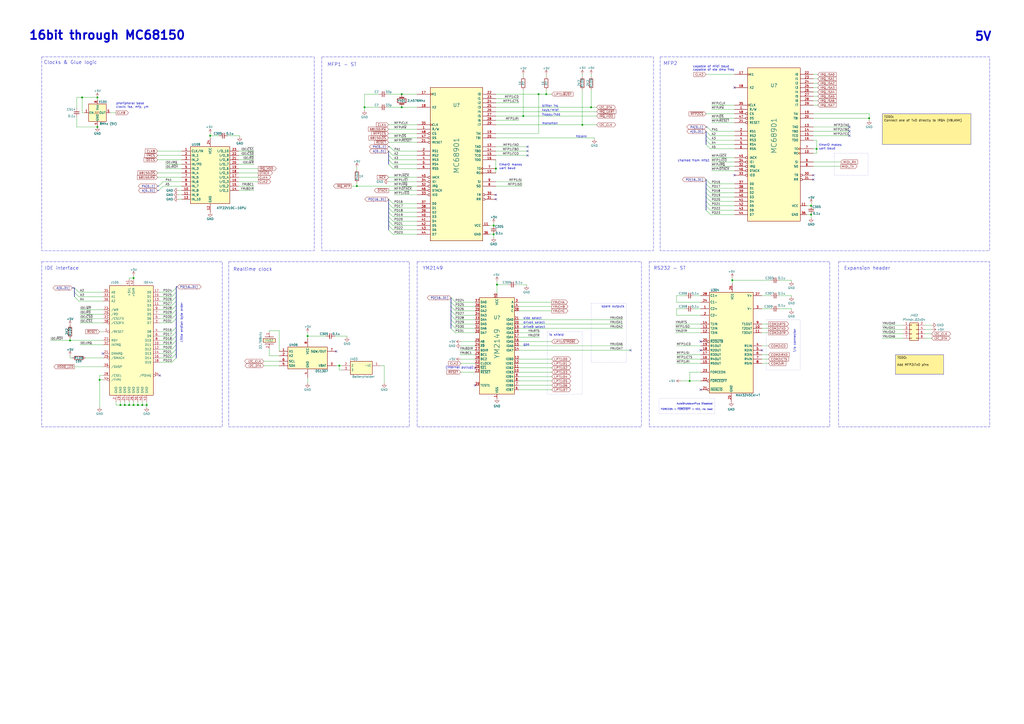
<source format=kicad_sch>
(kicad_sch (version 20230121) (generator eeschema)
  (paper "A2")
  (title_block (title "Raven 68060") (date "2024") (rev "A2") (company "Licensed under CERN-OHL-W v2") (comment 1 "(c)2024 Anders Granlund"))
  (junction (at 286.385 130.81))
  (junction (at 74.93 234.95))
  (junction (at 196.85 212.09))
  (junction (at 473.71 86.36))
  (junction (at 69.85 234.95))
  (junction (at 424.815 162.56))
  (junction (at 57.785 220.345))
  (junction (at 77.47 234.95))
  (junction (at 316.865 54.61))
  (junction (at 504.19 68.58))
  (junction (at 56.515 73.66))
  (junction (at 337.82 72.39))
  (junction (at 233.045 62.23))
  (junction (at 470.535 124.46))
  (junction (at 207.01 107.95))
  (junction (at 72.39 234.95))
  (junction (at 342.9 62.23))
  (junction (at 77.47 161.29))
  (junction (at 56.515 56.515))
  (junction (at 312.42 54.61))
  (junction (at 47.625 56.515))
  (junction (at 287.655 97.79))
  (junction (at 233.045 54.61))
  (junction (at 40.64 197.485))
  (junction (at 80.01 234.95))
  (junction (at 121.92 78.74))
  (junction (at 82.55 234.95))
  (junction (at 470.535 119.38))
  (junction (at 288.29 165.1))
  (junction (at 211.455 62.23))
  (junction (at 400.05 220.98))
  (junction (at 303.53 67.31))
  (junction (at 178.435 194.945))
  (junction (at 85.09 234.95))
  (junction (at 286.385 135.89))
  (no_connect (at 441.96 203.2))
  (no_connect (at 471.805 101.6))
  (no_connect (at 92.71 217.805))
  (no_connect (at 287.655 115.57))
  (no_connect (at 306.07 85.09))
  (no_connect (at 406.4 226.06))
  (no_connect (at 275.59 213.36))
  (no_connect (at 406.4 203.2))
  (no_connect (at 426.085 101.6))
  (no_connect (at 471.805 104.14))
  (no_connect (at 492.76 76.2))
  (no_connect (at 275.59 223.52))
  (no_connect (at 492.76 78.74))
  (no_connect (at 287.655 113.03))
  (no_connect (at 306.07 90.17))
  (no_connect (at 426.085 50.8))
  (no_connect (at 306.07 87.63))
  (no_connect (at 365.76 203.2))
  (no_connect (at 406.4 198.12))
  (no_connect (at 492.76 73.66))
  (no_connect (at 194.945 203.835))
  (no_connect (at 59.69 205.105))
  (bus_entry (at 409.575 104.14) (size 2.54 2.54))
  (bus_entry (at 102.235 184.785) (size -2.54 2.54))
  (bus_entry (at 409.575 106.68) (size 2.54 2.54))
  (bus_entry (at 226.06 85.09) (size 2.54 2.54))
  (bus_entry (at 261.62 182.88) (size 2.54 2.54))
  (bus_entry (at 225.425 90.17) (size 2.54 2.54))
  (bus_entry (at 43.18 167.005) (size 2.54 2.54))
  (bus_entry (at 225.425 118.11) (size 2.54 2.54))
  (bus_entry (at 102.235 189.865) (size -2.54 2.54))
  (bus_entry (at 409.575 76.2) (size 2.54 2.54))
  (bus_entry (at 92.075 110.49) (size 2.54 -2.54))
  (bus_entry (at 409.575 109.22) (size 2.54 2.54))
  (bus_entry (at 102.235 172.085) (size -2.54 2.54))
  (bus_entry (at 261.62 190.5) (size 2.54 2.54))
  (bus_entry (at 225.425 120.65) (size 2.54 2.54))
  (bus_entry (at 92.075 107.95) (size 2.54 -2.54))
  (bus_entry (at 102.235 207.645) (size -2.54 2.54))
  (bus_entry (at 102.235 177.165) (size -2.54 2.54))
  (bus_entry (at 102.235 202.565) (size -2.54 2.54))
  (bus_entry (at 261.62 175.26) (size 2.54 2.54))
  (bus_entry (at 102.235 169.545) (size -2.54 2.54))
  (bus_entry (at 409.575 78.74) (size 2.54 2.54))
  (bus_entry (at 225.425 125.73) (size 2.54 2.54))
  (bus_entry (at 409.575 111.76) (size 2.54 2.54))
  (bus_entry (at 261.62 180.34) (size 2.54 2.54))
  (bus_entry (at 102.235 182.245) (size -2.54 2.54))
  (bus_entry (at 261.62 177.8) (size 2.54 2.54))
  (bus_entry (at 102.235 174.625) (size -2.54 2.54))
  (bus_entry (at 102.235 197.485) (size -2.54 2.54))
  (bus_entry (at 225.425 115.57) (size 2.54 2.54))
  (bus_entry (at 102.235 167.005) (size -2.54 2.54))
  (bus_entry (at 409.575 83.82) (size 2.54 2.54))
  (bus_entry (at 225.425 123.19) (size 2.54 2.54))
  (bus_entry (at 43.18 169.545) (size 2.54 2.54))
  (bus_entry (at 225.425 128.27) (size 2.54 2.54))
  (bus_entry (at 409.575 81.28) (size 2.54 2.54))
  (bus_entry (at 102.235 179.705) (size -2.54 2.54))
  (bus_entry (at 409.575 116.84) (size 2.54 2.54))
  (bus_entry (at 410.21 73.66) (size 2.54 2.54))
  (bus_entry (at 43.18 172.085) (size 2.54 2.54))
  (bus_entry (at 409.575 119.38) (size 2.54 2.54))
  (bus_entry (at 225.425 133.35) (size 2.54 2.54))
  (bus_entry (at 225.425 95.25) (size 2.54 2.54))
  (bus_entry (at 261.62 172.72) (size 2.54 2.54))
  (bus_entry (at 261.62 187.96) (size 2.54 2.54))
  (bus_entry (at 409.575 114.3) (size 2.54 2.54))
  (bus_entry (at 102.235 194.945) (size -2.54 2.54))
  (bus_entry (at 261.62 185.42) (size 2.54 2.54))
  (bus_entry (at 102.235 205.105) (size -2.54 2.54))
  (bus_entry (at 409.575 121.92) (size 2.54 2.54))
  (bus_entry (at 102.235 200.025) (size -2.54 2.54))
  (bus_entry (at 102.235 192.405) (size -2.54 2.54))
  (bus_entry (at 225.425 92.71) (size 2.54 2.54))
  (bus_entry (at 225.425 87.63) (size 2.54 2.54))
  (bus_entry (at 225.425 130.81) (size 2.54 2.54))
  (wire (pts (xy 412.75 96.52) (xy 426.085 96.52)))
  (wire (pts (xy 228.6 87.63) (xy 241.935 87.63)))
  (wire (pts (xy 45.72 169.545) (xy 59.69 169.545)))
  (wire (pts (xy 94.615 105.41) (xy 105.41 105.41)))
  (wire (pts (xy 92.71 184.785) (xy 99.695 184.785)))
  (wire (pts (xy 40.64 196.215) (xy 40.64 197.485)))
  (bus (pts (xy 261.62 180.34) (xy 261.62 177.8)))
  (bus (pts (xy 225.425 128.27) (xy 225.425 130.81)))
  (wire (pts (xy 194.945 212.09) (xy 196.85 212.09)))
  (wire (pts (xy 342.9 52.07) (xy 342.9 62.23)))
  (wire (pts (xy 342.9 62.23) (xy 346.075 62.23)))
  (wire (pts (xy 275.59 190.5) (xy 264.16 190.5)))
  (wire (pts (xy 92.71 207.645) (xy 99.695 207.645)))
  (wire (pts (xy 267.335 208.28) (xy 275.59 208.28)))
  (wire (pts (xy 406.4 175.26) (xy 392.43 175.26)))
  (wire (pts (xy 511.81 196.215) (xy 523.875 196.215)))
  (wire (pts (xy 299.72 165.1) (xy 305.435 165.1)))
  (bus (pts (xy 225.425 92.71) (xy 225.425 95.25)))
  (wire (pts (xy 400.05 215.9) (xy 406.4 215.9)))
  (wire (pts (xy 441.96 179.07) (xy 447.04 179.07)))
  (wire (pts (xy 211.455 54.61) (xy 211.455 62.23)))
  (wire (pts (xy 394.97 220.98) (xy 400.05 220.98)))
  (wire (pts (xy 392.43 208.28) (xy 406.4 208.28)))
  (wire (pts (xy 275.59 193.04) (xy 264.16 193.04)))
  (wire (pts (xy 92.71 194.945) (xy 99.695 194.945)))
  (wire (pts (xy 392.43 182.88) (xy 406.4 182.88)))
  (wire (pts (xy 300.99 69.85) (xy 287.655 69.85)))
  (wire (pts (xy 412.75 63.5) (xy 426.085 63.5)))
  (wire (pts (xy 95.885 97.79) (xy 105.41 97.79)))
  (wire (pts (xy 267.335 215.9) (xy 275.59 215.9)))
  (wire (pts (xy 320.04 213.36) (xy 300.99 213.36)))
  (wire (pts (xy 227.965 128.27) (xy 241.935 128.27)))
  (wire (pts (xy 287.655 77.47) (xy 312.42 77.47)))
  (wire (pts (xy 344.805 80.01) (xy 287.655 80.01)))
  (wire (pts (xy 412.115 114.3) (xy 426.085 114.3)))
  (wire (pts (xy 227.965 118.11) (xy 241.935 118.11)))
  (wire (pts (xy 196.85 212.09) (xy 196.85 214.63)))
  (wire (pts (xy 302.895 105.41) (xy 287.655 105.41)))
  (wire (pts (xy 178.435 194.945) (xy 178.435 196.215)))
  (wire (pts (xy 412.115 119.38) (xy 426.085 119.38)))
  (wire (pts (xy 46.355 179.705) (xy 59.69 179.705)))
  (wire (pts (xy 121.92 77.47) (xy 121.92 78.74)))
  (wire (pts (xy 138.43 100.33) (xy 149.86 100.33)))
  (wire (pts (xy 64.135 65.405) (xy 67.31 65.405)))
  (wire (pts (xy 391.795 193.04) (xy 406.4 193.04)))
  (bus (pts (xy 102.235 179.705) (xy 102.235 177.165)))
  (wire (pts (xy 412.115 78.74) (xy 426.085 78.74)))
  (wire (pts (xy 300.99 59.69) (xy 287.655 59.69)))
  (wire (pts (xy 320.04 208.28) (xy 300.99 208.28)))
  (wire (pts (xy 471.805 66.04) (xy 504.19 66.04)))
  (wire (pts (xy 207.01 106.045) (xy 207.01 107.95)))
  (wire (pts (xy 57.785 217.805) (xy 57.785 220.345)))
  (wire (pts (xy 275.59 198.12) (xy 267.335 198.12)))
  (wire (pts (xy 147.32 95.25) (xy 138.43 95.25)))
  (wire (pts (xy 92.71 197.485) (xy 99.695 197.485)))
  (wire (pts (xy 471.805 86.36) (xy 473.71 86.36)))
  (wire (pts (xy 92.71 202.565) (xy 99.695 202.565)))
  (wire (pts (xy 305.435 165.1) (xy 305.435 165.735)))
  (wire (pts (xy 511.81 193.675) (xy 523.875 193.675)))
  (wire (pts (xy 47.625 65.405) (xy 47.625 56.515)))
  (wire (pts (xy 470.535 124.46) (xy 470.535 126.365)))
  (wire (pts (xy 225.425 80.01) (xy 241.935 80.01)))
  (bus (pts (xy 225.425 85.09) (xy 226.06 85.09)))
  (bus (pts (xy 43.18 169.545) (xy 43.18 172.085)))
  (wire (pts (xy 77.47 161.29) (xy 74.93 161.29)))
  (bus (pts (xy 261.62 177.8) (xy 261.62 175.26)))
  (bus (pts (xy 102.235 202.565) (xy 102.235 200.025)))
  (wire (pts (xy 77.47 160.02) (xy 77.47 161.29)))
  (wire (pts (xy 452.12 162.56) (xy 459.105 162.56)))
  (wire (pts (xy 44.45 67.945) (xy 44.45 73.66)))
  (bus (pts (xy 261.62 187.96) (xy 261.62 190.5)))
  (wire (pts (xy 266.7 205.74) (xy 275.59 205.74)))
  (wire (pts (xy 72.39 233.045) (xy 72.39 234.95)))
  (wire (pts (xy 225.425 105.41) (xy 241.935 105.41)))
  (bus (pts (xy 409.575 104.14) (xy 409.575 106.68)))
  (wire (pts (xy 49.53 207.645) (xy 59.69 207.645)))
  (wire (pts (xy 139.065 78.74) (xy 139.065 79.375)))
  (wire (pts (xy 92.71 172.085) (xy 99.695 172.085)))
  (wire (pts (xy 194.31 194.945) (xy 201.295 194.945)))
  (wire (pts (xy 92.71 179.705) (xy 99.695 179.705)))
  (wire (pts (xy 392.43 171.45) (xy 397.51 171.45)))
  (wire (pts (xy 320.04 226.06) (xy 300.99 226.06)))
  (wire (pts (xy 459.105 162.56) (xy 459.105 163.195)))
  (wire (pts (xy 300.99 187.96) (xy 361.315 187.96)))
  (bus (pts (xy 102.235 182.245) (xy 102.235 184.785)))
  (wire (pts (xy 412.75 93.98) (xy 426.085 93.98)))
  (wire (pts (xy 219.71 54.61) (xy 211.455 54.61)))
  (wire (pts (xy 316.865 52.07) (xy 316.865 54.61)))
  (bus (pts (xy 102.235 177.165) (xy 102.235 174.625)))
  (wire (pts (xy 77.47 233.045) (xy 77.47 234.95)))
  (wire (pts (xy 467.995 124.46) (xy 470.535 124.46)))
  (bus (pts (xy 261.62 185.42) (xy 261.62 187.96)))
  (wire (pts (xy 471.805 45.72) (xy 474.345 45.72)))
  (wire (pts (xy 283.845 135.89) (xy 286.385 135.89)))
  (wire (pts (xy 412.75 68.58) (xy 426.085 68.58)))
  (wire (pts (xy 227.965 133.35) (xy 241.935 133.35)))
  (wire (pts (xy 337.82 43.18) (xy 337.82 44.45)))
  (bus (pts (xy 43.18 167.005) (xy 43.18 169.545)))
  (wire (pts (xy 92.71 200.025) (xy 99.695 200.025)))
  (wire (pts (xy 320.04 215.9) (xy 300.99 215.9)))
  (wire (pts (xy 80.01 233.045) (xy 80.01 234.95)))
  (wire (pts (xy 452.12 171.45) (xy 459.105 171.45)))
  (wire (pts (xy 320.04 223.52) (xy 300.99 223.52)))
  (wire (pts (xy 178.435 219.075) (xy 178.435 222.25)))
  (wire (pts (xy 201.295 194.945) (xy 201.295 195.58)))
  (wire (pts (xy 147.32 90.17) (xy 138.43 90.17)))
  (wire (pts (xy 225.425 110.49) (xy 241.935 110.49)))
  (wire (pts (xy 153.035 209.55) (xy 161.925 209.55)))
  (bus (pts (xy 409.575 111.76) (xy 409.575 114.3)))
  (wire (pts (xy 303.53 67.31) (xy 346.075 67.31)))
  (wire (pts (xy 342.9 43.18) (xy 342.9 44.45)))
  (wire (pts (xy 44.45 56.515) (xy 47.625 56.515)))
  (wire (pts (xy 300.99 195.58) (xy 313.055 195.58)))
  (wire (pts (xy 471.805 48.26) (xy 474.345 48.26)))
  (wire (pts (xy 287.655 107.95) (xy 302.895 107.95)))
  (wire (pts (xy 452.12 179.07) (xy 459.105 179.07)))
  (bus (pts (xy 225.425 90.17) (xy 225.425 92.71)))
  (bus (pts (xy 225.425 115.57) (xy 225.425 118.11)))
  (bus (pts (xy 102.235 192.405) (xy 102.235 189.865)))
  (wire (pts (xy 85.09 234.95) (xy 85.09 233.045)))
  (wire (pts (xy 82.55 233.045) (xy 82.55 234.95)))
  (wire (pts (xy 57.785 220.345) (xy 57.785 236.22)))
  (bus (pts (xy 225.425 118.11) (xy 225.425 120.65)))
  (bus (pts (xy 91.44 107.95) (xy 92.075 107.95)))
  (wire (pts (xy 227.965 135.89) (xy 241.935 135.89)))
  (bus (pts (xy 102.235 172.085) (xy 102.235 169.545)))
  (bus (pts (xy 261.62 185.42) (xy 261.62 182.88)))
  (wire (pts (xy 471.805 78.74) (xy 492.76 78.74)))
  (wire (pts (xy 287.655 92.71) (xy 287.655 97.79)))
  (wire (pts (xy 412.75 60.96) (xy 426.085 60.96)))
  (wire (pts (xy 470.535 119.38) (xy 470.535 118.11)))
  (wire (pts (xy 441.96 208.28) (xy 445.77 208.28)))
  (wire (pts (xy 300.99 198.12) (xy 320.04 198.12)))
  (wire (pts (xy 161.925 191.77) (xy 156.21 191.77)))
  (wire (pts (xy 471.805 68.58) (xy 504.19 68.58)))
  (wire (pts (xy 196.85 214.63) (xy 198.12 214.63)))
  (wire (pts (xy 288.29 163.195) (xy 288.29 165.1)))
  (wire (pts (xy 138.43 97.79) (xy 149.86 97.79)))
  (wire (pts (xy 402.59 179.07) (xy 406.4 179.07)))
  (wire (pts (xy 224.79 62.23) (xy 233.045 62.23)))
  (bus (pts (xy 102.235 167.005) (xy 102.235 166.37)))
  (wire (pts (xy 67.31 234.95) (xy 69.85 234.95)))
  (wire (pts (xy 471.805 93.98) (xy 487.68 93.98)))
  (wire (pts (xy 227.965 120.65) (xy 241.935 120.65)))
  (wire (pts (xy 412.115 81.28) (xy 426.085 81.28)))
  (wire (pts (xy 225.425 82.55) (xy 241.935 82.55)))
  (bus (pts (xy 102.235 207.645) (xy 102.235 205.105)))
  (wire (pts (xy 275.59 182.88) (xy 264.16 182.88)))
  (wire (pts (xy 536.575 191.135) (xy 540.385 191.135)))
  (wire (pts (xy 320.04 220.98) (xy 300.99 220.98)))
  (wire (pts (xy 316.865 43.18) (xy 316.865 44.45)))
  (wire (pts (xy 312.42 54.61) (xy 316.865 54.61)))
  (wire (pts (xy 424.815 162.56) (xy 447.04 162.56)))
  (wire (pts (xy 156.21 202.565) (xy 156.21 206.375)))
  (wire (pts (xy 288.29 165.1) (xy 294.64 165.1)))
  (wire (pts (xy 441.96 187.96) (xy 445.77 187.96)))
  (wire (pts (xy 207.01 97.155) (xy 207.01 98.425)))
  (wire (pts (xy 392.43 179.07) (xy 392.43 182.88)))
  (wire (pts (xy 92.71 210.185) (xy 99.695 210.185)))
  (wire (pts (xy 536.575 193.675) (xy 540.385 193.675)))
  (bus (pts (xy 102.235 194.945) (xy 102.235 192.405)))
  (wire (pts (xy 267.335 200.66) (xy 275.59 200.66)))
  (wire (pts (xy 412.75 99.06) (xy 426.085 99.06)))
  (wire (pts (xy 337.82 52.07) (xy 337.82 72.39)))
  (bus (pts (xy 409.575 73.66) (xy 410.21 73.66)))
  (wire (pts (xy 92.71 187.325) (xy 99.695 187.325)))
  (wire (pts (xy 56.515 56.515) (xy 56.515 57.785)))
  (bus (pts (xy 225.425 123.19) (xy 225.425 125.73)))
  (wire (pts (xy 74.93 233.045) (xy 74.93 234.95)))
  (wire (pts (xy 424.815 162.56) (xy 424.815 164.465)))
  (wire (pts (xy 441.96 171.45) (xy 447.04 171.45)))
  (wire (pts (xy 103.505 115.57) (xy 105.41 115.57)))
  (wire (pts (xy 222.885 212.09) (xy 222.885 222.25)))
  (wire (pts (xy 275.59 187.96) (xy 264.16 187.96)))
  (wire (pts (xy 178.435 194.945) (xy 189.23 194.945)))
  (wire (pts (xy 80.01 234.95) (xy 82.55 234.95)))
  (wire (pts (xy 59.69 217.805) (xy 57.785 217.805)))
  (wire (pts (xy 471.805 73.66) (xy 492.76 73.66)))
  (wire (pts (xy 77.47 161.29) (xy 77.47 161.925)))
  (wire (pts (xy 211.455 62.23) (xy 219.71 62.23)))
  (wire (pts (xy 392.43 175.26) (xy 392.43 171.45)))
  (wire (pts (xy 412.115 124.46) (xy 426.085 124.46)))
  (bus (pts (xy 409.575 76.2) (xy 409.575 78.74)))
  (wire (pts (xy 275.59 177.8) (xy 264.16 177.8)))
  (wire (pts (xy 391.795 190.5) (xy 406.4 190.5)))
  (bus (pts (xy 102.235 200.025) (xy 102.235 197.485)))
  (wire (pts (xy 459.105 171.45) (xy 459.105 172.085)))
  (wire (pts (xy 56.515 73.025) (xy 56.515 73.66)))
  (wire (pts (xy 392.43 200.66) (xy 406.4 200.66)))
  (wire (pts (xy 77.47 234.95) (xy 80.01 234.95)))
  (wire (pts (xy 203.835 107.95) (xy 207.01 107.95)))
  (wire (pts (xy 412.115 106.68) (xy 426.085 106.68)))
  (wire (pts (xy 412.115 111.76) (xy 426.085 111.76)))
  (wire (pts (xy 412.115 83.82) (xy 426.085 83.82)))
  (wire (pts (xy 227.965 92.71) (xy 241.935 92.71)))
  (wire (pts (xy 402.59 171.45) (xy 406.4 171.45)))
  (wire (pts (xy 147.32 92.71) (xy 138.43 92.71)))
  (wire (pts (xy 286.385 135.89) (xy 286.385 137.795)))
  (wire (pts (xy 233.045 62.23) (xy 241.935 62.23)))
  (wire (pts (xy 412.75 71.12) (xy 426.085 71.12)))
  (wire (pts (xy 121.92 78.74) (xy 127 78.74)))
  (wire (pts (xy 287.655 67.31) (xy 303.53 67.31)))
  (wire (pts (xy 48.895 65.405) (xy 47.625 65.405)))
  (wire (pts (xy 471.805 96.52) (xy 487.68 96.52)))
  (wire (pts (xy 275.59 180.34) (xy 264.16 180.34)))
  (wire (pts (xy 536.575 188.595) (xy 540.385 188.595)))
  (wire (pts (xy 91.44 92.71) (xy 105.41 92.71)))
  (wire (pts (xy 511.81 188.595) (xy 523.875 188.595)))
  (wire (pts (xy 471.805 58.42) (xy 474.345 58.42)))
  (wire (pts (xy 225.425 72.39) (xy 241.935 72.39)))
  (wire (pts (xy 441.96 190.5) (xy 445.77 190.5)))
  (bus (pts (xy 102.87 166.37) (xy 102.235 166.37)))
  (wire (pts (xy 45.72 174.625) (xy 59.69 174.625)))
  (bus (pts (xy 409.575 116.84) (xy 409.575 119.38)))
  (wire (pts (xy 156.21 191.77) (xy 156.21 192.405)))
  (wire (pts (xy 224.79 54.61) (xy 233.045 54.61)))
  (wire (pts (xy 300.99 175.26) (xy 320.04 175.26)))
  (wire (pts (xy 441.96 210.82) (xy 445.77 210.82)))
  (wire (pts (xy 409.575 43.18) (xy 426.085 43.18)))
  (wire (pts (xy 306.07 90.17) (xy 287.655 90.17)))
  (wire (pts (xy 409.575 66.04) (xy 426.085 66.04)))
  (wire (pts (xy 300.99 57.15) (xy 287.655 57.15)))
  (wire (pts (xy 287.655 85.09) (xy 306.07 85.09)))
  (wire (pts (xy 471.805 55.88) (xy 474.345 55.88)))
  (wire (pts (xy 471.805 50.8) (xy 474.345 50.8)))
  (wire (pts (xy 45.72 172.085) (xy 59.69 172.085)))
  (wire (pts (xy 511.81 191.135) (xy 523.875 191.135)))
  (wire (pts (xy 103.505 110.49) (xy 105.41 110.49)))
  (bus (pts (xy 225.425 87.63) (xy 225.425 90.17)))
  (wire (pts (xy 91.44 87.63) (xy 105.41 87.63)))
  (wire (pts (xy 471.805 53.34) (xy 474.345 53.34)))
  (wire (pts (xy 266.7 203.2) (xy 275.59 203.2)))
  (wire (pts (xy 471.805 76.2) (xy 492.76 76.2)))
  (wire (pts (xy 300.99 200.66) (xy 361.315 200.66)))
  (wire (pts (xy 473.71 86.36) (xy 473.71 88.9)))
  (wire (pts (xy 344.805 80.645) (xy 344.805 80.01)))
  (wire (pts (xy 412.75 76.2) (xy 426.085 76.2)))
  (wire (pts (xy 300.99 203.2) (xy 365.76 203.2)))
  (wire (pts (xy 287.655 72.39) (xy 337.82 72.39)))
  (wire (pts (xy 233.045 54.61) (xy 241.935 54.61)))
  (wire (pts (xy 391.795 187.96) (xy 406.4 187.96)))
  (wire (pts (xy 92.71 169.545) (xy 99.695 169.545)))
  (wire (pts (xy 320.04 218.44) (xy 300.99 218.44)))
  (wire (pts (xy 91.44 100.33) (xy 105.41 100.33)))
  (wire (pts (xy 207.01 107.95) (xy 241.935 107.95)))
  (wire (pts (xy 316.865 54.61) (xy 320.04 54.61)))
  (wire (pts (xy 43.18 212.725) (xy 59.69 212.725)))
  (wire (pts (xy 69.85 233.045) (xy 69.85 234.95)))
  (wire (pts (xy 67.31 233.045) (xy 67.31 234.95)))
  (bus (pts (xy 409.575 106.68) (xy 409.575 109.22)))
  (wire (pts (xy 92.71 174.625) (xy 99.695 174.625)))
  (bus (pts (xy 225.425 120.65) (xy 225.425 123.19)))
  (wire (pts (xy 227.965 97.79) (xy 241.935 97.79)))
  (wire (pts (xy 74.93 234.95) (xy 77.47 234.95)))
  (wire (pts (xy 57.785 192.405) (xy 59.69 192.405)))
  (wire (pts (xy 300.99 190.5) (xy 361.315 190.5)))
  (wire (pts (xy 72.39 234.95) (xy 74.93 234.95)))
  (wire (pts (xy 300.99 177.8) (xy 320.04 177.8)))
  (wire (pts (xy 228.6 113.03) (xy 241.935 113.03)))
  (wire (pts (xy 392.43 210.82) (xy 406.4 210.82)))
  (wire (pts (xy 46.355 200.025) (xy 59.69 200.025)))
  (wire (pts (xy 95.885 95.25) (xy 105.41 95.25)))
  (wire (pts (xy 424.815 161.29) (xy 424.815 162.56)))
  (wire (pts (xy 91.44 90.17) (xy 105.41 90.17)))
  (bus (pts (xy 261.62 175.26) (xy 261.62 172.72)))
  (wire (pts (xy 211.455 62.23) (xy 211.455 64.135)))
  (wire (pts (xy 92.71 182.245) (xy 99.695 182.245)))
  (bus (pts (xy 102.235 174.625) (xy 102.235 172.085)))
  (wire (pts (xy 153.035 212.09) (xy 161.925 212.09)))
  (wire (pts (xy 286.385 130.81) (xy 286.385 129.54)))
  (wire (pts (xy 69.85 234.95) (xy 72.39 234.95)))
  (wire (pts (xy 287.655 54.61) (xy 312.42 54.61)))
  (wire (pts (xy 441.96 200.66) (xy 445.77 200.66)))
  (wire (pts (xy 138.43 102.87) (xy 149.86 102.87)))
  (wire (pts (xy 92.71 177.165) (xy 99.695 177.165)))
  (wire (pts (xy 275.59 185.42) (xy 264.16 185.42)))
  (wire (pts (xy 283.845 130.81) (xy 286.385 130.81)))
  (wire (pts (xy 400.05 215.9) (xy 400.05 220.98)))
  (bus (pts (xy 409.575 78.74) (xy 409.575 81.28)))
  (wire (pts (xy 227.965 125.73) (xy 241.935 125.73)))
  (wire (pts (xy 82.55 234.95) (xy 85.09 234.95)))
  (wire (pts (xy 44.45 73.66) (xy 56.515 73.66)))
  (wire (pts (xy 471.805 81.28) (xy 473.71 81.28)))
  (wire (pts (xy 412.115 116.84) (xy 426.085 116.84)))
  (wire (pts (xy 40.64 197.485) (xy 59.69 197.485)))
  (wire (pts (xy 441.96 205.74) (xy 445.77 205.74)))
  (wire (pts (xy 29.21 197.485) (xy 40.64 197.485)))
  (wire (pts (xy 300.99 185.42) (xy 361.315 185.42)))
  (wire (pts (xy 306.07 87.63) (xy 287.655 87.63)))
  (wire (pts (xy 94.615 107.95) (xy 105.41 107.95)))
  (wire (pts (xy 103.505 113.03) (xy 105.41 113.03)))
  (wire (pts (xy 312.42 54.61) (xy 312.42 77.47)))
  (wire (pts (xy 138.43 107.95) (xy 147.32 107.95)))
  (wire (pts (xy 300.99 180.34) (xy 320.04 180.34)))
  (wire (pts (xy 40.64 206.375) (xy 40.64 207.645)))
  (wire (pts (xy 92.71 205.105) (xy 99.695 205.105)))
  (wire (pts (xy 471.805 43.18) (xy 474.345 43.18)))
  (bus (pts (xy 41.91 167.005) (xy 43.18 167.005)))
  (wire (pts (xy 337.82 72.39) (xy 346.075 72.39)))
  (wire (pts (xy 220.98 212.09) (xy 222.885 212.09)))
  (wire (pts (xy 392.43 205.74) (xy 406.4 205.74)))
  (wire (pts (xy 227.965 130.81) (xy 241.935 130.81)))
  (wire (pts (xy 227.965 90.17) (xy 241.935 90.17)))
  (bus (pts (xy 409.575 109.22) (xy 409.575 111.76)))
  (wire (pts (xy 287.655 97.79) (xy 287.655 100.33)))
  (wire (pts (xy 473.71 81.28) (xy 473.71 86.36)))
  (wire (pts (xy 147.32 87.63) (xy 138.43 87.63)))
  (bus (pts (xy 102.235 205.105) (xy 102.235 202.565)))
  (wire (pts (xy 227.965 123.19) (xy 241.935 123.19)))
  (wire (pts (xy 459.105 179.07) (xy 459.105 179.705)))
  (wire (pts (xy 412.75 91.44) (xy 426.085 91.44)))
  (wire (pts (xy 227.965 95.25) (xy 241.935 95.25)))
  (wire (pts (xy 467.995 119.38) (xy 470.535 119.38)))
  (wire (pts (xy 412.115 121.92) (xy 426.085 121.92)))
  (wire (pts (xy 471.805 60.96) (xy 474.345 60.96)))
  (wire (pts (xy 412.115 86.36) (xy 426.085 86.36)))
  (wire (pts (xy 44.45 62.865) (xy 44.45 56.515)))
  (wire (pts (xy 536.575 196.215) (xy 540.385 196.215)))
  (wire (pts (xy 225.425 77.47) (xy 241.935 77.47)))
  (bus (pts (xy 225.425 130.81) (xy 225.425 133.35)))
  (bus (pts (xy 409.575 119.38) (xy 409.575 121.92)))
  (wire (pts (xy 288.29 165.1) (xy 288.29 170.18)))
  (wire (pts (xy 161.925 203.835) (xy 161.925 191.77)))
  (wire (pts (xy 225.425 102.87) (xy 241.935 102.87)))
  (wire (pts (xy 92.71 192.405) (xy 99.695 192.405)))
  (wire (pts (xy 46.355 182.245) (xy 59.69 182.245)))
  (wire (pts (xy 275.59 175.26) (xy 264.16 175.26)))
  (wire (pts (xy 287.655 62.23) (xy 342.9 62.23)))
  (wire (pts (xy 397.51 179.07) (xy 392.43 179.07)))
  (wire (pts (xy 85.09 234.95) (xy 85.09 236.22)))
  (wire (pts (xy 46.355 187.325) (xy 59.69 187.325)))
  (bus (pts (xy 102.235 197.485) (xy 102.235 194.945)))
  (wire (pts (xy 225.425 74.93) (xy 241.935 74.93)))
  (bus (pts (xy 91.44 110.49) (xy 92.075 110.49)))
  (wire (pts (xy 287.655 64.77) (xy 346.075 64.77)))
  (wire (pts (xy 441.96 193.04) (xy 445.77 193.04)))
  (wire (pts (xy 132.08 78.74) (xy 139.065 78.74)))
  (wire (pts (xy 412.115 109.22) (xy 426.085 109.22)))
  (wire (pts (xy 504.19 68.58) (xy 504.19 66.04)))
  (wire (pts (xy 91.44 102.87) (xy 105.41 102.87)))
  (wire (pts (xy 46.355 184.785) (xy 59.69 184.785)))
  (wire (pts (xy 40.64 207.645) (xy 41.91 207.645)))
  (wire (pts (xy 400.05 220.98) (xy 406.4 220.98)))
  (bus (pts (xy 261.62 182.88) (xy 261.62 180.34)))
  (wire (pts (xy 156.21 206.375) (xy 161.925 206.375)))
  (wire (pts (xy 57.785 220.345) (xy 59.69 220.345)))
  (wire (pts (xy 196.85 212.09) (xy 198.12 212.09)))
  (bus (pts (xy 102.235 179.705) (xy 102.235 182.245)))
  (wire (pts (xy 47.625 56.515) (xy 56.515 56.515)))
  (wire (pts (xy 320.04 210.82) (xy 300.99 210.82)))
  (wire (pts (xy 138.43 105.41) (xy 149.86 105.41)))
  (bus (pts (xy 102.235 169.545) (xy 102.235 167.005)))
  (wire (pts (xy 267.335 210.82) (xy 275.59 210.82)))
  (wire (pts (xy 178.435 193.04) (xy 178.435 194.945)))
  (wire (pts (xy 121.92 78.74) (xy 121.92 80.01)))
  (wire (pts (xy 504.19 69.85) (xy 504.19 68.58)))
  (wire (pts (xy 300.99 193.04) (xy 313.055 193.04)))
  (wire (pts (xy 303.53 43.18) (xy 303.53 44.45)))
  (wire (pts (xy 138.43 110.49) (xy 147.32 110.49)))
  (wire (pts (xy 303.53 52.07) (xy 303.53 67.31)))
  (bus (pts (xy 225.425 125.73) (xy 225.425 128.27)))
  (bus (pts (xy 409.575 81.28) (xy 409.575 83.82)))
  (bus (pts (xy 102.235 184.785) (xy 102.235 189.865)))
  (bus (pts (xy 409.575 114.3) (xy 409.575 116.84)))
  (wire (pts (xy 473.71 88.9) (xy 471.805 88.9)))
  (wire (pts (xy 74.93 161.29) (xy 74.93 161.925)))
  (rectangle (start 24.13 151.765) (end 128.905 247.65) (stroke (width 0) (type dash)))
  (rectangle (start 382.905 33.02) (end 574.04 145.415) (stroke (width 0) (type dash)))
  (rectangle (start 24.13 33.02) (end 182.245 145.415) (stroke (width 0) (type dash)))
  (rectangle (start 376.555 151.765) (end 481.33 247.65) (stroke (width 0) (type dash)))
  (rectangle (start 186.69 33.02) (end 379.095 145.415) (stroke (width 0) (type dash)))
  (rectangle (start 241.935 151.765) (end 372.11 247.65) (stroke (width 0) (type dash)))
  (rectangle (start 486.41 151.765) (end 574.04 247.65) (stroke (width 0) (type dash)))
  (rectangle (start 132.715 151.765) (end 237.49 247.65) (stroke (width 0) (type dash)))
  (text_box "TODO:\nConnect one of TxO directly to IRQ4 (VBLANK)\n\n" (at 511.81 66.04 0) (size 51.435 17.78) (fill (type color) (color 255 230 63 0.53)) (effects (font (size 1.27 1.27)) (justify left top)))
  (text_box "TODO:\n\nAdd MFP2:TxO pins\n" (at 519.43 205.74 0) (size 27.94 11.43) (fill (type color) (color 255 230 63 0.53)) (effects (font (size 1.27 1.27)) (justify left top)))
  (text_box "" (at 382.27 231.14 0) (size 32.385 8.89) (stroke (width 0) (type dot)) (effects (font (size 1.27 1.27)) (justify left top)))
  (text_box "" (at 444.5 185.42 0) (size 19.685 29.21) (stroke (width 0) (type dot)) (effects (font (size 1.27 1.27)) (justify left top)))
  (text_box "io shield" (at 317.5 192.405 0) (size 20.32 36.195) (stroke (width 0) (type dot)) (effects (font (size 1.27 1.27)) (justify left top)))
  (text_box "spare outputs" (at 342.9 175.895 0) (size 20.32 34.29) (stroke (width 0) (type dot)) (effects (font (size 1.27 1.27)) (justify right top)))
  (text_box "" (at 483.87 88.9 0) (size 19.685 12.7) (stroke (width 0) (type dot)) (effects (font (size 1.27 1.27)) (justify left top)))
  (text "YM2149" (at 245.11 156.845 0) (effects (font (size 2 2)) (justify left bottom)))
  (text "5V" (at 565.15 24.13 0) (effects (font (size 5 5) (thickness 1) bold) (justify left bottom)))
  (text "timerD makes\nuart baud" (at 474.98 86.995 0) (effects (font (size 1.27 1.27)) (justify left bottom)))
  (text "side select" (at 303.53 185.42 0) (effects (font (size 1.27 1.27)) (justify left bottom)))
  (text "MFP2" (at 384.81 38.1 0) (effects (font (size 2 2)) (justify left bottom)))
  (text "pheripheral base\nclock: isa, mfp, ym" (at 67.31 62.865 0) (effects (font (size 1.27 1.27)) (justify left bottom)))
  (text "IDE interface" (at 26.035 156.845 0) (effects (font (size 2 2)) (justify left bottom)))
  (text "driveB select" (at 303.53 190.5 0) (effects (font (size 1.27 1.27)) (justify left bottom)))
  (text "chained from mfp1" (at 393.065 93.98 0) (effects (font (size 1.27 1.27)) (justify left bottom)))
  (text "Little endian byte order" (at 106.045 198.755 90) (effects (font (size 1.27 1.27)) (justify left bottom)))
  (text "gpo" (at 303.53 200.66 0) (effects (font (size 1.27 1.27)) (justify left bottom)))
  (text "Expansion header" (at 489.585 156.845 0) (effects (font (size 2 2)) (justify left bottom)))
  (text "monomon" (at 314.325 72.39 0) (effects (font (size 1.27 1.27)) (justify left bottom)))
  (text "(internal pullup)" (at 258.445 213.995 0) (effects (font (size 1.27 1.27)) (justify left bottom)))
  (text "Realtime clock" (at 135.255 157.48 0) (effects (font (size 2 2)) (justify left bottom)))
  (text "keyb/midi" (at 314.325 64.77 0) (effects (font (size 1.27 1.27)) (justify left bottom)))
  (text "capable of midi baud" (at 401.955 39.37 0) (effects (font (size 1.27 1.27)) (justify left bottom)))
  (text "16bit through MC68150" (at 16.51 23.495 0) (effects (font (size 5 5) (thickness 1) bold) (justify left bottom)))
  (text "capable of ste dma freq" (at 401.955 41.275 0) (effects (font (size 1.27 1.27)) (justify left bottom)))
  (text "timerD makes\nuart baud" (at 289.56 98.425 0) (effects (font (size 1.27 1.27)) (justify left bottom)))
  (text "Clocks & Glue logic" (at 25.4 37.465 0) (effects (font (size 2 2)) (justify left bottom)))
  (text "MFP1 - ST" (at 189.865 38.735 0) (effects (font (size 2 2)) (justify left bottom)))
  (text "RS232 - ST" (at 379.095 156.845 0) (effects (font (size 2 2)) (justify left bottom)))
  (text "hblank" (at 334.01 80.01 0) (effects (font (size 1.27 1.27)) (justify left bottom)))
  (text "driveA select" (at 303.53 187.96 0) (effects (font (size 1.27 1.27)) (justify left bottom)))
  (text "AutoShutdownPlus Disabled\n\nFORCEON = ~{FORCEOFF} = VCC, no load" (at 413.385 238.125 0) (effects (font (size 1 1)) (justify right bottom)))
  (text "floppy/hdd" (at 314.325 67.31 0) (effects (font (size 1.27 1.27)) (justify left bottom)))
  (text "i/o connector" (at 461.645 204.47 90) (effects (font (size 1.27 1.27)) (justify left bottom)))
  (text "blitter irq" (at 314.325 62.23 0) (effects (font (size 1.27 1.27)) (justify left bottom)))
  (label "PD30" (at 94.615 184.785 0))
  (label "MFP1:SO" (at 391.795 190.5 0))
  (label "IDE:~{CS0}" (at 147.32 90.17 180))
  (label "YM:IOA6" (at 361.315 200.66 180))
  (label "PD19" (at 412.75 114.3 0))
  (label "PD19" (at 94.615 200.025 0))
  (label "PD26" (at 269.24 180.34 180))
  (label "YM:BDIR" (at 147.32 110.49 180))
  (label "IDE:~{CS1}" (at 147.32 87.63 180))
  (label "PD21" (at 94.615 205.105 0))
  (label "MFP1:TBO" (at 300.99 87.63 180))
  (label "PD28" (at 269.24 185.42 180))
  (label "PA1" (at 412.75 76.2 0))
  (label "IDE:~{CS0}" (at 46.355 184.785 0))
  (label "PD22" (at 94.615 207.645 0))
  (label "MFP:~{RESET}" (at 412.75 71.12 0))
  (label "MFP1:TCO" (at 300.99 90.17 180))
  (label "A3" (at 412.75 81.28 0))
  (label "A2" (at 228.6 90.17 0))
  (label "YM:IOA6" (at 511.81 196.215 0))
  (label "YM:BDIR" (at 266.7 203.2 0))
  (label "PD28" (at 94.615 179.705 0))
  (label "IDE:IRQ" (at 95.885 95.25 0))
  (label "IDE:~{RDY}" (at 95.885 97.79 0))
  (label "MFP2:TAO" (at 492.76 73.66 180))
  (label "PD24" (at 94.615 169.545 0))
  (label "PD24" (at 269.24 175.26 180))
  (label "A5" (at 95.885 107.95 0))
  (label "YM:IOA1" (at 511.81 191.135 0))
  (label "MFP:R~{W}" (at 228.6 74.93 0))
  (label "MFP:~{IACK}" (at 228.6 102.87 0))
  (label "IDE:~{WR}" (at 147.32 95.25 180))
  (label "MFP1:CTS" (at 392.43 208.28 0))
  (label "YM:RTS" (at 391.795 187.96 0))
  (label "MFP1:RI" (at 392.43 210.82 0))
  (label "MFP1:~{IEO}" (at 412.75 93.98 0))
  (label "A5" (at 228.6 97.79 0))
  (label "IDE:~{RD}" (at 147.32 92.71 180))
  (label "MFP1:~{IEI}" (at 228.6 105.41 0))
  (label "IDE:~{RDY}" (at 29.21 197.485 0))
  (label "MFP:CLK" (at 412.75 60.96 0))
  (label "MFP1:~{IEO}" (at 228.6 113.03 0))
  (label "MFP:~{IRQ}" (at 412.75 96.52 0))
  (label "YM:RTS" (at 313.055 193.04 180))
  (label "YM:BC1" (at 147.32 107.95 180))
  (label "PD16" (at 412.75 106.68 0))
  (label "MFP:~{DTACK}" (at 412.75 99.06 0))
  (label "PD22" (at 228.6 133.35 0))
  (label "PD31" (at 94.615 187.325 0))
  (label "PD18" (at 228.6 123.19 0))
  (label "PD20" (at 228.6 128.27 0))
  (label "MFP2:TBO" (at 492.76 76.2 180))
  (label "PA1" (at 99.695 105.41 180))
  (label "PD17" (at 228.6 120.65 0))
  (label "IDE:~{RD}" (at 46.355 182.245 0))
  (label "MFP1:RI" (at 300.99 69.85 180))
  (label "MFP:~{DS}" (at 228.6 80.01 0))
  (label "PD23" (at 94.615 210.185 0))
  (label "YM:DTR" (at 391.795 193.04 0))
  (label "PD16" (at 94.615 192.405 0))
  (label "YM:IOA7" (at 361.315 203.2 180))
  (label "A4" (at 412.75 83.82 0))
  (label "PD20" (at 94.615 202.565 0))
  (label "MFP:~{IRQ}" (at 228.6 107.95 0))
  (label "YM:IOA0" (at 511.81 188.595 0))
  (label "YM:IOA2" (at 361.315 190.5 180))
  (label "PD30" (at 269.24 190.5 180))
  (label "PD29" (at 269.24 187.96 180))
  (label "MFP:~{RESET}" (at 228.6 82.55 0))
  (label "PD26" (at 94.615 174.625 0))
  (label "IDE:IRQ" (at 46.355 200.025 0))
  (label "YM:IOA0" (at 361.315 185.42 180))
  (label "MFP1:CD" (at 392.43 200.66 0))
  (label "PD23" (at 412.75 124.46 0))
  (label "A3" (at 228.6 92.71 0))
  (label "MFP1:SI" (at 302.895 105.41 180))
  (label "PD17" (at 412.75 109.22 0))
  (label "PD19" (at 228.6 125.73 0))
  (label "YM:IOA2" (at 511.81 193.675 0))
  (label "MFP1:CD" (at 300.99 57.15 180))
  (label "YM:DTR" (at 313.055 195.58 180))
  (label "YM:BC1" (at 266.7 205.74 0))
  (label "A4" (at 46.355 174.625 0))
  (label "A4" (at 228.6 95.25 0))
  (label "PD16" (at 228.6 118.11 0))
  (label "PD20" (at 412.75 116.84 0))
  (label "IDE:~{WR}" (at 46.355 179.705 0))
  (label "PD17" (at 94.615 194.945 0))
  (label "MFP2:TCO" (at 492.76 78.74 180))
  (label "PD27" (at 269.24 182.88 180))
  (label "A2" (at 412.75 78.74 0))
  (label "MFP:CLK" (at 228.6 72.39 0))
  (label "MFP1:TAO" (at 300.99 85.09 180))
  (label "PD18" (at 412.75 111.76 0))
  (label "PD23" (at 228.6 135.89 0))
  (label "PD25" (at 269.24 177.8 180))
  (label "PD18" (at 94.615 197.485 0))
  (label "MFP1:SO" (at 302.895 107.95 180))
  (label "MFP:~{DS}" (at 412.75 68.58 0))
  (label "A5" (at 412.75 86.36 0))
  (label "PD22" (at 412.75 121.92 0))
  (label "PD21" (at 228.6 130.81 0))
  (label "PD25" (at 94.615 172.085 0))
  (label "MFP1:CTS" (at 300.99 59.69 180))
  (label "PA1" (at 228.6 87.63 0))
  (label "YM:IOA1" (at 361.315 187.96 180))
  (label "PD21" (at 412.75 119.38 0))
  (label "A3" (at 46.355 172.085 0))
  (label "PD31" (at 269.24 193.04 180))
  (label "PD29" (at 94.615 182.245 0))
  (label "MFP:~{DTACK}" (at 228.6 110.49 0))
  (label "MFP:R~{W}" (at 412.75 63.5 0))
  (label "MFP1:SI" (at 392.43 205.74 0))
  (label "PD27" (at 94.615 177.165 0))
  (label "IDE:~{CS1}" (at 46.355 187.325 0))
  (label "MFP:~{IACK}" (at 412.75 91.44 0))
  (label "A2" (at 46.355 169.545 0))
  (global_label "COM2:DTR" (shape output) (at 445.77 193.04 0) (property "Intersheetrefs" "${INTERSHEET_REFS}" (effects hide)))
  (global_label "PD[16..31]" (shape tri_state) (at 409.575 104.14 180) (property "Intersheetrefs" "${INTERSHEET_REFS}" (effects hide)))
  (global_label "IRQ_ISA0" (shape input) (at 474.345 43.18 0) (property "Intersheetrefs" "${INTERSHEET_REFS}" (effects hide)))
  (global_label "CLK2" (shape output) (at 149.86 105.41 0) (property "Intersheetrefs" "${INTERSHEET_REFS}" (effects hide)))
  (global_label "CLK2" (shape input) (at 409.575 43.18 180) (property "Intersheetrefs" "${INTERSHEET_REFS}" (effects hide)))
  (global_label "~{DTACK}" (shape output) (at 149.86 100.33 0) (property "Intersheetrefs" "${INTERSHEET_REFS}" (effects hide)))
  (global_label "I2C_CLK" (shape bidirectional) (at 540.385 193.675 0) (property "Intersheetrefs" "${INTERSHEET_REFS}" (effects hide)))
  (global_label "YM:CHB" (shape output) (at 320.04 177.8 0) (property "Intersheetrefs" "${INTERSHEET_REFS}" (effects hide)))
  (global_label "A[0..31]" (shape bidirectional) (at 91.44 110.49 180) (property "Intersheetrefs" "${INTERSHEET_REFS}" (effects hide)))
  (global_label "IRQ_ISA1" (shape input) (at 474.345 45.72 0) (property "Intersheetrefs" "${INTERSHEET_REFS}" (effects hide)))
  (global_label "LPT1:D5" (shape bidirectional) (at 320.04 220.98 0) (property "Intersheetrefs" "${INTERSHEET_REFS}" (effects hide)))
  (global_label "LPT1:D1" (shape bidirectional) (at 320.04 210.82 0) (property "Intersheetrefs" "${INTERSHEET_REFS}" (effects hide)))
  (global_label "~{YMCS}" (shape input) (at 91.44 90.17 180) (property "Intersheetrefs" "${INTERSHEET_REFS}" (effects hide)))
  (global_label "~{MFP2CS}" (shape input) (at 409.575 66.04 180) (property "Intersheetrefs" "${INTERSHEET_REFS}" (effects hide)))
  (global_label "~{IRQ_HDD}" (shape input) (at 346.075 67.31 0) (property "Intersheetrefs" "${INTERSHEET_REFS}" (effects hide)))
  (global_label "~{IRQ_UART}" (shape input) (at 346.075 64.77 0) (property "Intersheetrefs" "${INTERSHEET_REFS}" (effects hide)))
  (global_label "COM2:TXD" (shape output) (at 445.77 190.5 0) (property "Intersheetrefs" "${INTERSHEET_REFS}" (effects hide)))
  (global_label "~{IDECS}" (shape input) (at 91.44 92.71 180) (property "Intersheetrefs" "${INTERSHEET_REFS}" (effects hide)))
  (global_label "68150:~{DS}" (shape input) (at 91.44 100.33 180) (property "Intersheetrefs" "${INTERSHEET_REFS}" (effects hide)))
  (global_label "~{RESET}" (shape input) (at 267.335 215.9 180) (property "Intersheetrefs" "${INTERSHEET_REFS}" (effects hide)))
  (global_label "COM2:CTS" (shape input) (at 445.77 208.28 0) (property "Intersheetrefs" "${INTERSHEET_REFS}" (effects hide)))
  (global_label "~{IACK}" (shape input) (at 225.425 102.87 180) (property "Intersheetrefs" "${INTERSHEET_REFS}" (effects hide)))
  (global_label "I2C_DTA" (shape bidirectional) (at 153.035 212.09 180) (property "Intersheetrefs" "${INTERSHEET_REFS}" (effects hide)))
  (global_label "A[0..31]" (shape tri_state) (at 225.425 87.63 180) (property "Intersheetrefs" "${INTERSHEET_REFS}" (effects hide)))
  (global_label "YM:CHC" (shape output) (at 320.04 180.34 0) (property "Intersheetrefs" "${INTERSHEET_REFS}" (effects hide)))
  (global_label "PD[16..31]" (shape tri_state) (at 261.62 172.72 180) (property "Intersheetrefs" "${INTERSHEET_REFS}" (effects hide)))
  (global_label "LPT1:D2" (shape bidirectional) (at 320.04 213.36 0) (property "Intersheetrefs" "${INTERSHEET_REFS}" (effects hide)))
  (global_label "IRQ_ISA2" (shape input) (at 474.345 48.26 0) (property "Intersheetrefs" "${INTERSHEET_REFS}" (effects hide)))
  (global_label "LPT1:D0" (shape bidirectional) (at 320.04 208.28 0) (property "Intersheetrefs" "${INTERSHEET_REFS}" (effects hide)))
  (global_label "CLK4" (shape input) (at 225.425 72.39 180) (property "Intersheetrefs" "${INTERSHEET_REFS}" (effects hide)))
  (global_label "~{MFP1CS}" (shape input) (at 225.425 77.47 180) (property "Intersheetrefs" "${INTERSHEET_REFS}" (effects hide)))
  (global_label "COM2:RXD" (shape input) (at 445.77 205.74 0) (property "Intersheetrefs" "${INTERSHEET_REFS}" (effects hide)))
  (global_label "I2C_CLK" (shape bidirectional) (at 346.075 72.39 0) (property "Intersheetrefs" "${INTERSHEET_REFS}" (effects hide)))
  (global_label "~{DTACK}" (shape output) (at 225.425 110.49 180) (property "Intersheetrefs" "${INTERSHEET_REFS}" (effects hide)))
  (global_label "~{HDD0_LED}" (shape output) (at 43.18 212.725 180) (property "Intersheetrefs" "${INTERSHEET_REFS}" (effects hide)))
  (global_label "MIDI_TX" (shape output) (at 487.68 96.52 0) (property "Intersheetrefs" "${INTERSHEET_REFS}" (effects hide)))
  (global_label "CLK2" (shape input) (at 267.335 210.82 180) (property "Intersheetrefs" "${INTERSHEET_REFS}" (effects hide)))
  (global_label "MIDI_RX" (shape input) (at 487.68 93.98 0) (property "Intersheetrefs" "${INTERSHEET_REFS}" (effects hide)))
  (global_label "68150:~{DS}" (shape input) (at 225.425 80.01 180) (property "Intersheetrefs" "${INTERSHEET_REFS}" (effects hide)))
  (global_label "PA[0..1]" (shape bidirectional) (at 91.44 107.95 180) (property "Intersheetrefs" "${INTERSHEET_REFS}" (effects hide)))
  (global_label "I2C_CLK" (shape bidirectional) (at 153.035 209.55 180) (property "Intersheetrefs" "${INTERSHEET_REFS}" (effects hide)))
  (global_label "IRQ_ISA3" (shape input) (at 474.345 50.8 0) (property "Intersheetrefs" "${INTERSHEET_REFS}" (effects hide)))
  (global_label "IRQ_ISA7" (shape input) (at 474.345 60.96 0) (property "Intersheetrefs" "${INTERSHEET_REFS}" (effects hide)))
  (global_label "CLK8" (shape output) (at 67.31 65.405 0) (property "Intersheetrefs" "${INTERSHEET_REFS}" (effects hide)))
  (global_label "COM2:CD" (shape input) (at 445.77 200.66 0) (property "Intersheetrefs" "${INTERSHEET_REFS}" (effects hide)))
  (global_label "~{IRQ_MFP}" (shape output) (at 203.835 107.95 180) (property "Intersheetrefs" "${INTERSHEET_REFS}" (effects hide)))
  (global_label "LPT1:D7" (shape bidirectional) (at 320.04 226.06 0) (property "Intersheetrefs" "${INTERSHEET_REFS}" (effects hide)))
  (global_label "CLK8" (shape input) (at 91.44 87.63 180) (property "Intersheetrefs" "${INTERSHEET_REFS}" (effects hide)))
  (global_label "COM2:RTS" (shape output) (at 445.77 187.96 0) (property "Intersheetrefs" "${INTERSHEET_REFS}" (effects hide)))
  (global_label "~{RESET}" (shape input) (at 225.425 82.55 180) (property "Intersheetrefs" "${INTERSHEET_REFS}" (effects hide)))
  (global_label "LPT1:~{BUSY}" (shape input) (at 320.04 54.61 0) (property "Intersheetrefs" "${INTERSHEET_REFS}" (effects hide)))
  (global_label "PD[16..31]" (shape bidirectional) (at 102.87 166.37 0) (property "Intersheetrefs" "${INTERSHEET_REFS}" (effects hide)))
  (global_label "A[0..31]" (shape tri_state) (at 409.575 76.2 180) (property "Intersheetrefs" "${INTERSHEET_REFS}" (effects hide)))
  (global_label "LPT1:D4" (shape bidirectional) (at 320.04 218.44 0) (property "Intersheetrefs" "${INTERSHEET_REFS}" (effects hide)))
  (global_label "68150:R~{W}" (shape input) (at 91.44 102.87 180) (property "Intersheetrefs" "${INTERSHEET_REFS}" (effects hide)))
  (global_label "IRQ_ISA4" (shape input) (at 474.345 53.34 0) (property "Intersheetrefs" "${INTERSHEET_REFS}" (effects hide)))
  (global_label "LPT1:D6" (shape bidirectional) (at 320.04 223.52 0) (property "Intersheetrefs" "${INTERSHEET_REFS}" (effects hide)))
  (global_label "~{IRQ_HDD}" (shape output) (at 149.86 97.79 0) (property "Intersheetrefs" "${INTERSHEET_REFS}" (effects hide)))
  (global_label "I2C_DTA" (shape bidirectional) (at 346.075 62.23 0) (property "Intersheetrefs" "${INTERSHEET_REFS}" (effects hide)))
  (global_label "68150:R~{W}" (shape input) (at 225.425 74.93 180) (property "Intersheetrefs" "${INTERSHEET_REFS}" (effects hide)))
  (global_label "COM2:RI" (shape input) (at 445.77 210.82 0) (property "Intersheetrefs" "${INTERSHEET_REFS}" (effects hide)))
  (global_label "CLK4" (shape output) (at 149.86 102.87 0) (property "Intersheetrefs" "${INTERSHEET_REFS}" (effects hide)))
  (global_label "IRQ_ISA5" (shape input) (at 474.345 55.88 0) (property "Intersheetrefs" "${INTERSHEET_REFS}" (effects hide)))
  (global_label "LPT1:D3" (shape bidirectional) (at 320.04 215.9 0) (property "Intersheetrefs" "${INTERSHEET_REFS}" (effects hide)))
  (global_label "IRQ_ISA6" (shape input) (at 474.345 58.42 0) (property "Intersheetrefs" "${INTERSHEET_REFS}" (effects hide)))
  (global_label "LPT1:~{STROBE}" (shape bidirectional) (at 320.04 198.12 0) (property "Intersheetrefs" "${INTERSHEET_REFS}" (effects hide)))
  (global_label "YM:CHA" (shape output) (at 320.04 175.26 0) (property "Intersheetrefs" "${INTERSHEET_REFS}" (effects hide)))
  (global_label "A[0..31]" (shape tri_state) (at 41.91 167.005 180) (property "Intersheetrefs" "${INTERSHEET_REFS}" (effects hide)))
  (global_label "PA[0..1]" (shape bidirectional) (at 409.575 73.66 180) (property "Intersheetrefs" "${INTERSHEET_REFS}" (effects hide)))
  (global_label "PA[0..1]" (shape bidirectional) (at 225.425 85.09 180) (property "Intersheetrefs" "${INTERSHEET_REFS}" (effects hide)))
  (global_label "~{RESET}" (shape input) (at 57.785 192.405 180) (property "Intersheetrefs" "${INTERSHEET_REFS}" (effects hide)))
  (global_label "PD[16..31]" (shape tri_state) (at 225.425 115.57 180) (property "Intersheetrefs" "${INTERSHEET_REFS}" (effects hide)))
  (global_label "I2C_DTA" (shape bidirectional) (at 540.385 196.215 0) (property "Intersheetrefs" "${INTERSHEET_REFS}" (effects hide)))
  (symbol (lib_id "power:GND") (at 103.505 113.03 270) (unit 1)
    (property "Reference" "#PWR?" (effects hide))
    (property "Value" "GND" (at 98.425 113.03 90))
    (instances (project "raven" (path "" (reference "#PWR?") (unit 1)) (path "" (reference "#PWR0411") (unit 1)) (path "" (reference "#PWR0415") (unit 1))))
  )
  (symbol (lib_id "power:GND") (at 139.065 79.375 0) (unit 1)
    (property "Reference" "#PWR?" (effects hide))
    (property "Value" "GND" (at 139.065 83.185 0))
    (instances (project "raven" (path "" (reference "#PWR?") (unit 1)) (path "" (reference "#PWR0324") (unit 1)) (path "" (reference "#PWR0405") (unit 1)) (path "" (reference "#PWR0410") (unit 1))))
  )
  (symbol (lib_id "Device:R") (at 45.72 207.645 90) (unit 1)
    (property "Reference" "R109" (at 48.26 207.645 90) (effects (justify left)))
    (property "Value" "10K" (at 47.625 209.55 90) (effects (justify left)))
    (property "Footprint" "Resistor_SMD:R_1206_3216Metric_Pad1.30x1.75mm_HandSolder" (effects hide))
    (property "Manufacturer_Name" "Yageo" (effects hide))
    (property "Manufacturer_Part_Number" "RT1206FRE0710KL" (effects hide))
    (instances (project "raven" (path "" (reference "R109") (unit 1)) (path "" (reference "R407") (unit 1))))
  )
  (symbol (lib_name "c_100nf_smd1206_1") (lib_id "68k:c_100nf_smd1206") (at 222.25 62.23 90) (unit 1)
    (property "Reference" "C?" (at 218.44 60.96 90))
    (property "Value" "33p" (at 225.425 60.96 90))
    (property "Footprint" "Capacitor_SMD:C_1206_3216Metric_Pad1.33x1.80mm_HandSolder" (effects hide))
    (property "Datasheet" "https://www.mouser.se/datasheet/2/447/KEM_C1002_X7R_SMD-3316098.pdf" (effects hide))
    (property "Manufacturer_Name" "Kemet" (effects hide))
    (property "Manufacturer_Part_Number" "C1206C330J1GACTU" (effects hide))
    (instances (project "raven" (path "" (reference "C?") (unit 1)) (path "" (reference "C402") (unit 1)) (path "" (reference "C402") (unit 1))))
  )
  (symbol (lib_id "power:+5V") (at 267.335 208.28 90) (unit 1)
    (property "Reference" "#PWR?" (effects hide))
    (property "Value" "+5V" (at 262.255 208.28 90))
    (instances (project "raven" (path "" (reference "#PWR?") (unit 1)) (path "" (reference "#PWR0409") (unit 1)) (path "" (reference "#PWR0437") (unit 1))))
  )
  (symbol (lib_id "power:+5V") (at 540.385 191.135 270) (unit 1)
    (property "Reference" "#PWR?" (effects hide))
    (property "Value" "+5V" (at 543.56 191.135 90) (effects (justify left)))
    (instances (project "raven" (path "" (reference "#PWR?") (unit 1)) (path "" (reference "#PWR0404") (unit 1)) (path "" (reference "#PWR0431") (unit 1))))
  )
  (symbol (lib_id "power:GND") (at 470.535 126.365 0) (unit 1)
    (property "Reference" "#PWR?" (effects hide))
    (property "Value" "GND" (at 470.535 130.175 0))
    (instances (project "raven" (path "" (reference "#PWR?") (unit 1)) (path "" (reference "#PWR0412") (unit 1)) (path "" (reference "#PWR0419") (unit 1))))
  )
  (symbol (lib_id "68k:ECS-.327-12.5-13X-C") (at 156.21 202.565 90) (unit 1)
    (property "Reference" "Y402" (at 153.67 197.485 90) (effects (justify right)))
    (property "Value" "32.768kHz" (at 151.13 192.405 0) (effects (justify right)))
    (property "Footprint" "Crystal:Crystal_C26-LF_D2.1mm_L6.5mm_Horizontal" (effects hide))
    (property "Height" "6.2" (effects hide))
    (property "Mouser Part Number" "520-S-.32712.513XC" (effects hide))
    (property "Mouser Price/Stock" "https://www.mouser.co.uk/ProductDetail/ECS/ECS-.327-12.5-13X-C?qs=zW32dvEIR3sSXlfaut3cdQ%3D%3D" (effects hide))
    (property "Manufacturer_Name" "ECS" (effects hide))
    (property "Manufacturer_Part_Number" "ECS-.327-12.5-13X-C" (effects hide))
  )
  (symbol (lib_name "c_100nf_smd1206_1") (lib_id "68k:c_100nf_smd1206") (at 129.54 78.74 90) (unit 1)
    (property "Reference" "C305" (at 126.365 77.47 90))
    (property "Value" "0.1u" (at 133.35 77.47 90))
    (property "Footprint" "Capacitor_SMD:C_1206_3216Metric_Pad1.33x1.80mm_HandSolder" (effects hide))
    (property "Datasheet" "https://www.mouser.se/datasheet/2/447/KEM_C1002_X7R_SMD-3316098.pdf" (effects hide))
    (property "Manufacturer_Name" "Kemet" (effects hide))
    (property "Manufacturer_Part_Number" "C1206C104K5RACTU" (effects hide))
    (instances (project "raven" (path "" (reference "C305") (unit 1)) (path "" (reference "C403") (unit 1)) (path "" (reference "C404") (unit 1))))
  )
  (symbol (lib_id "power:GND") (at 459.105 163.195 0) (unit 1)
    (property "Reference" "#PWR?" (effects hide))
    (property "Value" "GND" (at 459.105 167.005 0))
    (instances (project "raven" (path "" (reference "#PWR?") (unit 1)) (path "" (reference "#PWR0324") (unit 1)) (path "" (reference "#PWR0405") (unit 1)) (path "" (reference "#PWR0425") (unit 1))))
  )
  (symbol (lib_name "c_100nf_smd1206_1") (lib_id "68k:c_100nf_smd1206") (at 449.58 179.07 90) (unit 1)
    (property "Reference" "C309" (at 445.77 177.8 90))
    (property "Value" "0.1u" (at 453.39 177.165 90))
    (property "Footprint" "Capacitor_SMD:C_1206_3216Metric_Pad1.33x1.80mm_HandSolder" (effects hide))
    (property "Datasheet" "https://www.mouser.se/datasheet/2/447/KEM_C1002_X7R_SMD-3316098.pdf" (effects hide))
    (property "Manufacturer_Name" "Kemet" (effects hide))
    (property "Manufacturer_Part_Number" "C1206C104K5RACTU" (effects hide))
    (instances (project "raven" (path "" (reference "C309") (unit 1)) (path "" (reference "C407") (unit 1)) (path "" (reference "C412") (unit 1))))
  )
  (symbol (lib_id "Device:R") (at 316.865 48.26 0) (unit 1)
    (property "Reference" "R?" (at 316.865 48.26 90))
    (property "Value" "1K" (at 314.96 48.26 90))
    (property "Footprint" "Resistor_SMD:R_1206_3216Metric_Pad1.30x1.75mm_HandSolder" (effects hide))
    (property "Manufacturer_Name" "Yageo" (effects hide))
    (property "Manufacturer_Part_Number" "RT1206FRE071KL" (effects hide))
    (instances (project "raven" (path "" (reference "R?") (unit 1)) (path "" (reference "R19") (unit 1)) (path "" (reference "R401") (unit 1)) (path "" (reference "R402") (unit 1))))
  )
  (symbol (lib_id "68k:S8401-46") (at 198.12 212.09 0) (unit 1)
    (property "Reference" "J403" (at 205.105 208.28 0))
    (property "Value" "BatteryHolder" (at 210.82 218.44 0))
    (property "Footprint" "S8401-46" (effects hide))
    (property "Datasheet" "https://cdn.harwin.com/pdfs/S8401.pdf" (effects hide))
    (property "Mouser Part Number" "855-S8401-46" (effects hide))
    (property "Mouser Price/Stock" "https://www.mouser.co.uk/ProductDetail/Harwin/S8401-46?qs=Qom7kyPojXaFNoCO9lxVnA%3D%3D" (effects hide))
    (property "Manufacturer_Name" "Harwin" (effects hide))
    (property "Manufacturer_Part_Number" "S8401-46" (effects hide))
  )
  (symbol (lib_id "power:GND") (at 201.295 195.58 0) (unit 1)
    (property "Reference" "#PWR?" (effects hide))
    (property "Value" "GND" (at 201.295 199.39 0))
    (instances (project "raven" (path "" (reference "#PWR?") (unit 1)) (path "" (reference "#PWR0412") (unit 1)) (path "" (reference "#PWR0433") (unit 1))))
  )
  (symbol (lib_id "power:GND") (at 85.09 236.22 0) (unit 1)
    (property "Reference" "#PWR?" (effects hide))
    (property "Value" "GND" (at 85.09 240.03 0))
    (instances (project "raven" (path "" (reference "#PWR?") (unit 1)) (path "" (reference "#PWR0411") (unit 1)) (path "" (reference "#PWR0444") (unit 1))))
  )
  (symbol (lib_id "power:+5V") (at 303.53 43.18 0) (unit 1)
    (property "Reference" "#PWR?" (effects hide))
    (property "Value" "+5V" (at 303.53 39.624 0))
    (instances (project "raven" (path "" (reference "#PWR?") (unit 1)) (path "" (reference "#PWR0401") (unit 1)) (path "" (reference "#PWR0401") (unit 1))))
  )
  (symbol (lib_id "Connector_Generic:Conn_02x04_Odd_Even") (at 528.955 191.135 0) (unit 1)
    (property "Reference" "J402" (at 530.225 182.88 0))
    (property "Value" "Pinhdr_02x04" (at 530.225 185.42 0))
    (property "Footprint" "Connector_PinHeader_2.54mm:PinHeader_2x04_P2.54mm_Vertical" (effects hide))
    (property "Datasheet" "https://www.we-online.com/components/products/datasheet/61300821121.pdf" (effects hide))
    (property "Manufacturer_Name" "Wurth Elektronik" (effects hide))
    (property "Manufacturer_Part_Number" "61300821121" (effects hide))
  )
  (symbol (lib_id "power:+5V") (at 56.515 56.515 0) (unit 1)
    (property "Reference" "#PWR0152" (effects hide))
    (property "Value" "+5V" (at 56.515 52.705 0))
    (instances (project "raven" (path "" (reference "#PWR0152") (unit 1)) (path "" (reference "#PWR0550") (unit 1)) (path "" (reference "#PWR0405") (unit 1))))
  )
  (symbol (lib_id "power:GND") (at 305.435 165.735 0) (unit 1)
    (property "Reference" "#PWR?" (effects hide))
    (property "Value" "GND" (at 305.435 169.545 0))
    (instances (project "raven" (path "" (reference "#PWR?") (unit 1)) (path "" (reference "#PWR0324") (unit 1)) (path "" (reference "#PWR0405") (unit 1)) (path "" (reference "#PWR0426") (unit 1))))
  )
  (symbol (lib_id "power:GND") (at 504.19 69.85 0) (unit 1)
    (property "Reference" "#PWR?" (effects hide))
    (property "Value" "GND" (at 504.19 73.66 0))
    (instances (project "raven" (path "" (reference "#PWR?") (unit 1)) (path "" (reference "#PWR0412") (unit 1)) (path "" (reference "#PWR0407") (unit 1))))
  )
  (symbol (lib_id "power:+5V") (at 424.815 161.29 0) (unit 1)
    (property "Reference" "#PWR?" (effects hide))
    (property "Value" "+5V" (at 422.275 157.48 0) (effects (justify left)))
    (instances (project "raven" (path "" (reference "#PWR?") (unit 1)) (path "" (reference "#PWR0404") (unit 1)) (path "" (reference "#PWR0423") (unit 1))))
  )
  (symbol (lib_id "power:+5V") (at 121.92 77.47 0) (unit 1)
    (property "Reference" "#PWR?" (effects hide))
    (property "Value" "+5V" (at 119.38 73.66 0) (effects (justify left)))
    (instances (project "raven" (path "" (reference "#PWR?") (unit 1)) (path "" (reference "#PWR0404") (unit 1)) (path "" (reference "#PWR0409") (unit 1))))
  )
  (symbol (lib_id "power:GND") (at 211.455 64.135 0) (unit 1)
    (property "Reference" "#PWR?" (effects hide))
    (property "Value" "GND" (at 211.455 67.945 0))
    (instances (project "raven" (path "" (reference "#PWR?") (unit 1)) (path "" (reference "#PWR0402") (unit 1)) (path "" (reference "#PWR0406") (unit 1))))
  )
  (symbol (lib_name "c_100nf_smd1206_1") (lib_id "68k:c_100nf_smd1206") (at 222.25 54.61 90) (unit 1)
    (property "Reference" "C?" (at 218.44 53.34 90))
    (property "Value" "33p" (at 225.425 53.34 90))
    (property "Footprint" "Capacitor_SMD:C_1206_3216Metric_Pad1.33x1.80mm_HandSolder" (effects hide))
    (property "Datasheet" "https://www.mouser.se/datasheet/2/447/KEM_C1002_X7R_SMD-3316098.pdf" (effects hide))
    (property "Manufacturer_Name" "Kemet" (effects hide))
    (property "Manufacturer_Part_Number" "C1206C330J1GACTU" (effects hide))
    (instances (project "raven" (path "" (reference "C?") (unit 1)) (path "" (reference "C401") (unit 1)) (path "" (reference "C401") (unit 1))))
  )
  (symbol (lib_name "c_100nf_smd1206_1") (lib_id "68k:c_100nf_smd1206") (at 400.05 179.07 90) (unit 1)
    (property "Reference" "C308" (at 396.24 177.8 90))
    (property "Value" "0.1u" (at 403.225 177.8 90))
    (property "Footprint" "Capacitor_SMD:C_1206_3216Metric_Pad1.33x1.80mm_HandSolder" (effects hide))
    (property "Datasheet" "https://www.mouser.se/datasheet/2/447/KEM_C1002_X7R_SMD-3316098.pdf" (effects hide))
    (property "Manufacturer_Name" "Kemet" (effects hide))
    (property "Manufacturer_Part_Number" "C1206C104K5RACTU" (effects hide))
    (instances (project "raven" (path "" (reference "C308") (unit 1)) (path "" (reference "C406") (unit 1)) (path "" (reference "C411") (unit 1))))
  )
  (symbol (lib_id "power:+5V") (at 267.335 198.12 90) (unit 1)
    (property "Reference" "#PWR?" (effects hide))
    (property "Value" "+5V" (at 262.255 198.12 90))
    (instances (project "raven" (path "" (reference "#PWR?") (unit 1)) (path "" (reference "#PWR0409") (unit 1)) (path "" (reference "#PWR0434") (unit 1))))
  )
  (symbol (lib_id "power:GND") (at 57.785 236.22 0) (unit 1)
    (property "Reference" "#PWR?" (effects hide))
    (property "Value" "GND" (at 57.785 240.03 0))
    (instances (project "raven" (path "" (reference "#PWR?") (unit 1)) (path "" (reference "#PWR0411") (unit 1)) (path "" (reference "#PWR0443") (unit 1))))
  )
  (symbol (lib_id "power:GND") (at 178.435 222.25 0) (unit 1)
    (property "Reference" "#PWR?" (effects hide))
    (property "Value" "GND" (at 178.435 226.06 0))
    (instances (project "raven" (path "" (reference "#PWR?") (unit 1)) (path "" (reference "#PWR0412") (unit 1)) (path "" (reference "#PWR0439") (unit 1))))
  )
  (symbol (lib_id "power:GND") (at 103.505 115.57 270) (unit 1)
    (property "Reference" "#PWR?" (effects hide))
    (property "Value" "GND" (at 98.425 115.57 90))
    (instances (project "raven" (path "" (reference "#PWR?") (unit 1)) (path "" (reference "#PWR0411") (unit 1)) (path "" (reference "#PWR0416") (unit 1))))
  )
  (symbol (lib_name "c_100nf_smd1206_1") (lib_id "68k:c_100nf_smd1206") (at 470.535 121.92 180) (unit 1)
    (property "Reference" "C305" (at 473.71 120.015 0))
    (property "Value" "0.1u" (at 473.71 123.825 0))
    (property "Footprint" "Capacitor_SMD:C_1206_3216Metric_Pad1.33x1.80mm_HandSolder" (effects hide))
    (property "Datasheet" "https://www.mouser.se/datasheet/2/447/KEM_C1002_X7R_SMD-3316098.pdf" (effects hide))
    (property "Manufacturer_Name" "Kemet" (effects hide))
    (property "Manufacturer_Part_Number" "C1206C104K5RACTU" (effects hide))
    (instances (project "raven" (path "" (reference "C305") (unit 1)) (path "" (reference "C409") (unit 1)) (path "" (reference "C405") (unit 1))))
  )
  (symbol (lib_id "power:GND") (at 222.885 222.25 0) (unit 1)
    (property "Reference" "#PWR?" (effects hide))
    (property "Value" "GND" (at 222.885 226.06 0))
    (instances (project "raven" (path "" (reference "#PWR?") (unit 1)) (path "" (reference "#PWR0412") (unit 1)) (path "" (reference "#PWR0440") (unit 1))))
  )
  (symbol (lib_id "power:+5V") (at 207.01 97.155 0) (unit 1)
    (property "Reference" "#PWR?" (effects hide))
    (property "Value" "+5V" (at 207.01 93.599 0))
    (instances (project "raven" (path "" (reference "#PWR?") (unit 1)) (path "" (reference "#PWR0403") (unit 1)) (path "" (reference "#PWR0412") (unit 1))))
  )
  (symbol (lib_id "power:GND") (at 424.18 233.045 0) (unit 1)
    (property "Reference" "#PWR?" (effects hide))
    (property "Value" "GND" (at 424.18 237.49 0))
    (instances (project "raven" (path "" (reference "#PWR?") (unit 1)) (path "" (reference "#PWR0338") (unit 1)) (path "" (reference "#PWR0415") (unit 1)) (path "" (reference "#PWR0442") (unit 1))))
  )
  (symbol (lib_name "c_100nf_smd1206_1") (lib_id "68k:c_100nf_smd1206") (at 286.385 133.35 180) (unit 1)
    (property "Reference" "C305" (at 289.56 131.445 0))
    (property "Value" "0.1u" (at 289.56 135.255 0))
    (property "Footprint" "Capacitor_SMD:C_1206_3216Metric_Pad1.33x1.80mm_HandSolder" (effects hide))
    (property "Datasheet" "https://www.mouser.se/datasheet/2/447/KEM_C1002_X7R_SMD-3316098.pdf" (effects hide))
    (property "Manufacturer_Name" "Kemet" (effects hide))
    (property "Manufacturer_Part_Number" "C1206C104K5RACTU" (effects hide))
    (instances (project "raven" (path "" (reference "C305") (unit 1)) (path "" (reference "C408") (unit 1)) (path "" (reference "C406") (unit 1))))
  )
  (symbol (lib_id "power:+5V") (at 40.64 188.595 0) (unit 1)
    (property "Reference" "#PWR?" (effects hide))
    (property "Value" "+5V" (at 40.64 185.039 0))
    (instances (project "raven" (path "" (reference "#PWR?") (unit 1)) (path "" (reference "#PWR0409") (unit 1)) (path "" (reference "#PWR0429") (unit 1))))
  )
  (symbol (lib_id "power:GND") (at 286.385 137.795 0) (unit 1)
    (property "Reference" "#PWR?" (effects hide))
    (property "Value" "GND" (at 286.385 141.605 0))
    (instances (project "raven" (path "" (reference "#PWR?") (unit 1)) (path "" (reference "#PWR0411") (unit 1)) (path "" (reference "#PWR0421") (unit 1))))
  )
  (symbol (lib_id "Device:R") (at 40.64 192.405 0) (unit 1)
    (property "Reference" "R109" (at 40.64 194.945 90) (effects (justify left)))
    (property "Value" "2K2" (at 38.735 194.31 90) (effects (justify left)))
    (property "Footprint" "Resistor_SMD:R_1206_3216Metric_Pad1.30x1.75mm_HandSolder" (effects hide))
    (property "Manufacturer_Name" "Yageo" (effects hide))
    (property "Manufacturer_Part_Number" "RT1206FRE072K2L" (effects hide))
    (instances (project "raven" (path "" (reference "R109") (unit 1)) (path "" (reference "R406") (unit 1))))
  )
  (symbol (lib_id "68k:ATF22V10C") (at 105.41 87.63 0) (unit 1)
    (property "Reference" "U108" (at 111.125 83.82 0) (effects (justify left)))
    (property "Value" "ATF22V10C-10PU" (at 125.73 120.65 0) (effects (justify left)))
    (property "Footprint" "Package_DIP:DIP-24_W7.62mm_Socket" (effects hide))
    (property "Datasheet" "http://ww1.microchip.com/downloads/en/DeviceDoc/doc0735.pdf" (effects hide))
    (property "Manufacturer_Name" "Microchip" (effects hide))
    (property "Manufacturer_Part_Number" "ATF22V10C-10PU" (effects hide))
    (instances (project "raven" (path "" (reference "U108") (unit 1)) (path "" (reference "U501") (unit 1)) (path "" (reference "U402") (unit 1))))
  )
  (symbol (lib_id "68k:IDE44") (at 90.17 191.135 0) (unit 1)
    (property "Reference" "J105" (at 64.135 163.83 0) (effects (justify left)))
    (property "Value" "IDE44" (at 83.185 163.83 0) (effects (justify left)))
    (property "Footprint" "68k:SHDR44W55P200_2X22_4665X630X640P" (effects hide))
    (property "Manufacturer_Name" "Molex" (effects hide))
    (property "Manufacturer_Part_Number" "87831-4420" (effects hide))
    (instances (project "raven" (path "" (reference "J105") (unit 1)) (path "" (reference "J401") (unit 1))))
  )
  (symbol (lib_name "c_100nf_smd1206_1") (lib_id "68k:c_100nf_smd1206") (at 400.05 171.45 90) (unit 1)
    (property "Reference" "C306" (at 396.24 170.18 90))
    (property "Value" "0.1u" (at 403.225 170.18 90))
    (property "Footprint" "Capacitor_SMD:C_1206_3216Metric_Pad1.33x1.80mm_HandSolder" (effects hide))
    (property "Datasheet" "https://www.mouser.se/datasheet/2/447/KEM_C1002_X7R_SMD-3316098.pdf" (effects hide))
    (property "Manufacturer_Name" "Kemet" (effects hide))
    (property "Manufacturer_Part_Number" "C1206C104K5RACTU" (effects hide))
    (instances (project "raven" (path "" (reference "C306") (unit 1)) (path "" (reference "C404") (unit 1)) (path "" (reference "C409") (unit 1))))
  )
  (symbol (lib_id "power:GND") (at 121.92 123.19 0) (unit 1)
    (property "Reference" "#PWR?" (effects hide))
    (property "Value" "GND" (at 121.92 127 0))
    (instances (project "raven" (path "" (reference "#PWR?") (unit 1)) (path "" (reference "#PWR0411") (unit 1)) (path "" (reference "#PWR0418") (unit 1))))
  )
  (symbol (lib_id "power:+5V") (at 394.97 220.98 90) (unit 1)
    (property "Reference" "#PWR?" (effects hide))
    (property "Value" "+5V" (at 391.795 220.98 90) (effects (justify left)))
    (instances (project "raven" (path "" (reference "#PWR?") (unit 1)) (path "" (reference "#PWR0414") (unit 1)) (path "" (reference "#PWR0438") (unit 1))))
  )
  (symbol (lib_name "MC68901P_1") (lib_id "68k:MC68901P") (at 264.795 90.17 0) (unit 1)
    (property "Reference" "U?" (at 264.795 60.96 0) (effects (font (size 2 2))))
    (property "Value" "MC68901" (at 264.795 90.17 90) (effects (font (size 3 3))))
    (property "Footprint" "Package_DIP:DIP-48_W15.24mm_Socket_LongPads" (effects hide))
    (property "Datasheet" "https://www.nxp.com/docs/en/reference-manual/MC68901UM.pdf" (effects hide))
    (property "Manufacturer_Name" "NXP" (effects hide))
    (property "Manufacturer_Part_Number" "MC68901P" (effects hide))
    (instances (project "raven" (path "" (reference "U?") (unit 1)) (path "" (reference "U401") (unit 1)) (path "" (reference "U403") (unit 1))))
  )
  (symbol (lib_id "power:GND") (at 56.515 73.66 0) (unit 1)
    (property "Reference" "#PWR0153" (effects hide))
    (property "Value" "GND" (at 56.515 77.47 0))
    (instances (project "raven" (path "" (reference "#PWR0153") (unit 1)) (path "" (reference "#PWR0559") (unit 1)) (path "" (reference "#PWR0408") (unit 1))))
  )
  (symbol (lib_id "power:GND") (at 540.385 188.595 90) (unit 1)
    (property "Reference" "#PWR?" (effects hide))
    (property "Value" "GND" (at 545.465 188.595 90))
    (instances (project "raven" (path "" (reference "#PWR?") (unit 1)) (path "" (reference "#PWR0329") (unit 1)) (path "" (reference "#PWR0408") (unit 1)) (path "" (reference "#PWR0430") (unit 1))))
  )
  (symbol (lib_name "c_100nf_smd1206_1") (lib_id "68k:c_100nf_smd1206") (at 449.58 171.45 90) (unit 1)
    (property "Reference" "C307" (at 446.405 170.18 90))
    (property "Value" "0.1u" (at 453.39 170.18 90))
    (property "Footprint" "Capacitor_SMD:C_1206_3216Metric_Pad1.33x1.80mm_HandSolder" (effects hide))
    (property "Datasheet" "https://www.mouser.se/datasheet/2/447/KEM_C1002_X7R_SMD-3316098.pdf" (effects hide))
    (property "Manufacturer_Name" "Kemet" (effects hide))
    (property "Manufacturer_Part_Number" "C1206C104K5RACTU" (effects hide))
    (instances (project "raven" (path "" (reference "C307") (unit 1)) (path "" (reference "C405") (unit 1)) (path "" (reference "C410") (unit 1))))
  )
  (symbol (lib_id "Oscillator:CXO_DIP8") (at 56.515 65.405 0) (unit 1)
    (property "Reference" "X101" (at 57.15 59.055 0) (effects (justify left)))
    (property "Value" "8Mhz (5V)" (at 57.785 71.755 0) (effects (justify left)))
    (property "Footprint" "68k:Oscillator_DIP-8-16" (effects hide))
    (property "Manufacturer_Name" "Abracon" (effects hide))
    (property "Manufacturer_Part_Number" "ACH-8.000MHZ-EK" (effects hide))
    (instances (project "raven" (path "" (reference "X101") (unit 1)) (path "" (reference "X501") (unit 1)) (path "" (reference "X401") (unit 1))))
  )
  (symbol (lib_id "Device:R") (at 303.53 48.26 0) (unit 1)
    (property "Reference" "R?" (at 303.53 48.26 90))
    (property "Value" "1K" (at 301.625 48.26 90))
    (property "Footprint" "Resistor_SMD:R_1206_3216Metric_Pad1.30x1.75mm_HandSolder" (effects hide))
    (property "Manufacturer_Name" "Yageo" (effects hide))
    (property "Manufacturer_Part_Number" "RT1206FRE071KL" (effects hide))
    (instances (project "raven" (path "" (reference "R?") (unit 1)) (path "" (reference "R19") (unit 1)) (path "" (reference "R401") (unit 1)) (path "" (reference "R401") (unit 1))))
  )
  (symbol (lib_id "power:GND") (at 288.29 231.14 0) (unit 1)
    (property "Reference" "#PWR?" (effects hide))
    (property "Value" "GND" (at 288.29 235.585 0))
    (instances (project "raven" (path "" (reference "#PWR?") (unit 1)) (path "" (reference "#PWR0338") (unit 1)) (path "" (reference "#PWR0415") (unit 1)) (path "" (reference "#PWR0441") (unit 1))))
  )
  (symbol (lib_id "power:+5V") (at 342.9 43.18 0) (unit 1)
    (property "Reference" "#PWR?" (effects hide))
    (property "Value" "+5V" (at 342.9 39.37 0))
    (instances (project "raven" (path "" (reference "#PWR?") (unit 1)) (path "" (reference "#PWR0409") (unit 1)) (path "" (reference "#PWR0404") (unit 1))))
  )
  (symbol (lib_id "Device:R") (at 342.9 48.26 0) (unit 1)
    (property "Reference" "R109" (at 342.9 50.8 90) (effects (justify left)))
    (property "Value" "2K2" (at 340.995 50.165 90) (effects (justify left)))
    (property "Footprint" "Resistor_SMD:R_1206_3216Metric_Pad1.30x1.75mm_HandSolder" (effects hide))
    (property "Manufacturer_Name" "Yageo" (effects hide))
    (property "Manufacturer_Part_Number" "RT1206FRE072K2L" (effects hide))
    (instances (project "raven" (path "" (reference "R109") (unit 1)) (path "" (reference "R404") (unit 1))))
  )
  (symbol (lib_id "power:+5V") (at 316.865 43.18 0) (unit 1)
    (property "Reference" "#PWR?" (effects hide))
    (property "Value" "+5V" (at 316.865 39.624 0))
    (instances (project "raven" (path "" (reference "#PWR?") (unit 1)) (path "" (reference "#PWR0401") (unit 1)) (path "" (reference "#PWR0402") (unit 1))))
  )
  (symbol (lib_id "Device:R") (at 337.82 48.26 0) (unit 1)
    (property "Reference" "R109" (at 337.82 50.8 90) (effects (justify left)))
    (property "Value" "2K2" (at 335.915 50.165 90) (effects (justify left)))
    (property "Footprint" "Resistor_SMD:R_1206_3216Metric_Pad1.30x1.75mm_HandSolder" (effects hide))
    (property "Manufacturer_Name" "Yageo" (effects hide))
    (property "Manufacturer_Part_Number" "RT1206FRE072K2L" (effects hide))
    (instances (project "raven" (path "" (reference "R109") (unit 1)) (path "" (reference "R403") (unit 1))))
  )
  (symbol (lib_id "power:GND") (at 225.425 105.41 270) (unit 1)
    (property "Reference" "#PWR?" (effects hide))
    (property "Value" "GND" (at 220.345 105.41 90))
    (instances (project "raven" (path "" (reference "#PWR?") (unit 1)) (path "" (reference "#PWR0406") (unit 1)) (path "" (reference "#PWR0413") (unit 1))))
  )
  (symbol (lib_id "power:+5V") (at 178.435 193.04 0) (unit 1)
    (property "Reference" "#PWR?" (effects hide))
    (property "Value" "+5V" (at 178.435 189.484 0))
    (instances (project "raven" (path "" (reference "#PWR?") (unit 1)) (path "" (reference "#PWR0410") (unit 1)) (path "" (reference "#PWR0432") (unit 1))))
  )
  (symbol (lib_name "c_100nf_smd1206_1") (lib_id "68k:c_100nf_smd1206") (at 297.18 165.1 90) (unit 1)
    (property "Reference" "C305" (at 294.005 163.83 90))
    (property "Value" "0.1u" (at 300.99 163.83 90))
    (property "Footprint" "Capacitor_SMD:C_1206_3216Metric_Pad1.33x1.80mm_HandSolder" (effects hide))
    (property "Datasheet" "https://www.mouser.se/datasheet/2/447/KEM_C1002_X7R_SMD-3316098.pdf" (effects hide))
    (property "Manufacturer_Name" "Kemet" (effects hide))
    (property "Manufacturer_Part_Number" "C1206C104K5RACTU" (effects hide))
    (instances (project "raven" (path "" (reference "C305") (unit 1)) (path "" (reference "C403") (unit 1)) (path "" (reference "C408") (unit 1))))
  )
  (symbol (lib_id "power:+5V") (at 286.385 129.54 0) (unit 1)
    (property "Reference" "#PWR?" (effects hide))
    (property "Value" "+5V" (at 286.385 125.984 0))
    (instances (project "raven" (path "" (reference "#PWR?") (unit 1)) (path "" (reference "#PWR0409") (unit 1)) (path "" (reference "#PWR0420") (unit 1))))
  )
  (symbol (lib_id "68k:MC68901P") (at 448.945 78.74 0) (unit 1)
    (property "Reference" "U?" (at 448.945 49.53 0) (effects (font (size 2 2))))
    (property "Value" "MC68901" (at 448.945 78.74 90) (effects (font (size 3 3))))
    (property "Footprint" "Package_DIP:DIP-48_W15.24mm_Socket_LongPads" (effects hide))
    (property "Datasheet" "https://www.nxp.com/docs/en/reference-manual/MC68901UM.pdf" (effects hide))
    (property "Manufacturer_Name" "NXP" (effects hide))
    (property "Manufacturer_Part_Number" "MC68901P" (effects hide))
    (instances (project "raven" (path "" (reference "U?") (unit 1)) (path "" (reference "U402") (unit 1)) (path "" (reference "U401") (unit 1))))
  )
  (symbol (lib_id "power:+5V") (at 337.82 43.18 0) (unit 1)
    (property "Reference" "#PWR?" (effects hide))
    (property "Value" "+5V" (at 337.82 39.37 0))
    (instances (project "raven" (path "" (reference "#PWR?") (unit 1)) (path "" (reference "#PWR0409") (unit 1)) (path "" (reference "#PWR0403") (unit 1))))
  )
  (symbol (lib_id "power:+5V") (at 470.535 118.11 0) (unit 1)
    (property "Reference" "#PWR?" (effects hide))
    (property "Value" "+5V" (at 470.535 114.554 0))
    (instances (project "raven" (path "" (reference "#PWR?") (unit 1)) (path "" (reference "#PWR0410") (unit 1)) (path "" (reference "#PWR0417") (unit 1))))
  )
  (symbol (lib_id "power:GND") (at 459.105 172.085 0) (unit 1)
    (property "Reference" "#PWR?" (effects hide))
    (property "Value" "GND" (at 459.105 175.895 0))
    (instances (project "raven" (path "" (reference "#PWR?") (unit 1)) (path "" (reference "#PWR0325") (unit 1)) (path "" (reference "#PWR0407") (unit 1)) (path "" (reference "#PWR0427") (unit 1))))
  )
  (symbol (lib_id "power:+5V") (at 40.64 206.375 0) (unit 1)
    (property "Reference" "#PWR?" (effects hide))
    (property "Value" "+5V" (at 40.64 202.819 0))
    (instances (project "raven" (path "" (reference "#PWR?") (unit 1)) (path "" (reference "#PWR0409") (unit 1)) (path "" (reference "#PWR0436") (unit 1))))
  )
  (symbol (lib_id "68k:YM2149") (at 288.29 200.66 0) (unit 1)
    (property "Reference" "U?" (at 288.29 184.15 0) (effects (font (size 2 2))))
    (property "Value" "YM2149" (at 288.29 199.39 90) (effects (font (size 3 3))))
    (property "Footprint" "Package_DIP:DIP-40_W15.24mm" (effects hide))
    (property "Datasheet" "http://www.ym2149.com/ym2149.pdf" (effects hide))
    (property "Manufacturer_Name" "Yamaha" (effects hide))
    (property "Manufacturer_Part_Number" "YM2149" (effects hide))
    (instances (project "raven" (path "" (reference "U?") (unit 1)) (path "" (reference "U404") (unit 1)) (path "" (reference "U405") (unit 1))))
  )
  (symbol (lib_id "power:GND") (at 103.505 110.49 270) (unit 1)
    (property "Reference" "#PWR?" (effects hide))
    (property "Value" "GND" (at 98.425 110.49 90))
    (instances (project "raven" (path "" (reference "#PWR?") (unit 1)) (path "" (reference "#PWR0411") (unit 1)) (path "" (reference "#PWR0414") (unit 1))))
  )
  (symbol (lib_id "Device:R") (at 207.01 102.235 0) (unit 1)
    (property "Reference" "R402" (at 207.01 104.775 90) (effects (justify left)))
    (property "Value" "1K" (at 208.28 102.235 0) (effects (justify left)))
    (property "Footprint" "Resistor_SMD:R_1206_3216Metric_Pad1.30x1.75mm_HandSolder" (effects hide))
    (property "Manufacturer_Name" "Yageo" (effects hide))
    (property "Manufacturer_Part_Number" "RT1206FRE071KL" (effects hide))
    (instances (project "raven" (path "" (reference "R402") (unit 1)) (path "" (reference "R405") (unit 1))))
  )
  (symbol (lib_id "power:GND") (at 459.105 179.705 0) (unit 1)
    (property "Reference" "#PWR?" (effects hide))
    (property "Value" "GND" (at 459.105 183.515 0))
    (instances (project "raven" (path "" (reference "#PWR?") (unit 1)) (path "" (reference "#PWR0329") (unit 1)) (path "" (reference "#PWR0408") (unit 1)) (path "" (reference "#PWR0428") (unit 1))))
  )
  (symbol (lib_id "power:GND") (at 267.335 200.66 270) (unit 1)
    (property "Reference" "#PWR?" (effects hide))
    (property "Value" "GND" (at 262.255 200.66 90))
    (instances (project "raven" (path "" (reference "#PWR?") (unit 1)) (path "" (reference "#PWR0412") (unit 1)) (path "" (reference "#PWR0435") (unit 1))))
  )
  (symbol (lib_id "68k:DS1307") (at 161.925 203.835 0) (unit 1)
    (property "Reference" "U406" (at 167.64 200.025 0) (effects (justify left)))
    (property "Value" "DS1307" (at 182.88 215.265 0) (effects (justify left)))
    (property "Footprint" "SOIC127P600X175-8N" (effects hide))
    (property "Datasheet" "https://datasheets.maximintegrated.com/en/ds/DS1307.pdf" (effects hide))
    (property "Height" "1.75" (effects hide))
    (property "Mouser Part Number" "700-DS1307ZT&R" (effects hide))
    (property "Mouser Price/Stock" "https://www.mouser.co.uk/ProductDetail/Analog-Devices-Maxim-Integrated/DS1307Z%2bTR?qs=0Y9aZN%252BMVCXp4OQc9xwQow%3D%3D" (effects hide))
    (property "Manufacturer_Name" "Analog Devices" (effects hide))
    (property "Manufacturer_Part_Number" "DS1307Z+T&R" (effects hide))
  )
  (symbol (lib_id "Device:Crystal") (at 233.045 58.42 90) (unit 1)
    (property "Reference" "Y401" (at 230.505 58.42 90) (effects (justify right)))
    (property "Value" "2.4576Mhz" (at 236.22 58.42 90) (effects (justify right)))
    (property "Footprint" "Crystal:Crystal_HC49-U_Vertical" (effects hide))
    (property "Manufacturer_Name" "CTS" (effects hide))
    (property "Manufacturer_Part_Number" "MP024S" (effects hide))
  )
  (symbol (lib_id "power:+5V") (at 77.47 160.02 0) (unit 1)
    (property "Reference" "#PWR?" (effects hide))
    (property "Value" "+5V" (at 77.47 156.464 0))
    (instances (project "raven" (path "" (reference "#PWR?") (unit 1)) (path "" (reference "#PWR0409") (unit 1)) (path "" (reference "#PWR0422") (unit 1))))
  )
  (symbol (lib_id "68k:MAX3245EAI+T") (at 406.4 172.085 0) (unit 1)
    (property "Reference" "U304" (at 412.115 168.275 0) (effects (justify left)))
    (property "Value" "MAX3245CAI+T" (at 426.72 229.235 0) (effects (justify left)))
    (property "Footprint" "68k:SOP65P778X199-28N" (effects hide))
    (property "Datasheet" "https://www.mouser.se/datasheet/2/609/MAX3224_MAX3245-3128230.pdf" (effects hide))
    (property "Height" "1.99" (effects hide))
    (property "Mouser Part Number" "700-MAX3245CAIT" (effects hide))
    (property "Mouser Price/Stock" "https://www.mouser.co.uk/ProductDetail/Analog-Devices-Maxim-Integrated/MAX3245EAI%2bT?qs=CDqwynd4ZNrrMw8MU20iYw%3D%3D" (effects hide))
    (property "Manufacturer_Name" "Analog Devices" (effects hide))
    (property "Manufacturer_Part_Number" "MAX3245CAI+T" (effects hide))
    (instances (project "raven" (path "" (reference "U304") (unit 1)) (path "" (reference "U403") (unit 1)) (path "" (reference "U404") (unit 1))))
  )
  (symbol (lib_id "68k:c_100nf_smd1206") (at 44.45 65.405 180) (unit 1)
    (property "Reference" "C514" (at 38.735 63.5 0) (effects (justify right)))
    (property "Value" "0.1u" (at 39.37 67.31 0) (effects (justify right)))
    (property "Footprint" "Capacitor_SMD:C_1206_3216Metric_Pad1.33x1.80mm_HandSolder" (effects hide))
    (property "Datasheet" "https://www.mouser.se/datasheet/2/447/KEM_C1002_X7R_SMD-3316098.pdf" (effects hide))
    (property "Manufacturer_Name" "Kemet" (effects hide))
    (property "Manufacturer_Part_Number" "C1206C104K5RACTU" (effects hide))
    (instances (project "raven" (path "" (reference "C514") (unit 1)) (path "" (reference "C116") (unit 1)) (path "" (reference "C403") (unit 1))))
  )
  (symbol (lib_id "power:+5V") (at 288.29 163.195 0) (unit 1)
    (property "Reference" "#PWR?" (effects hide))
    (property "Value" "+5V" (at 285.75 159.385 0) (effects (justify left)))
    (instances (project "raven" (path "" (reference "#PWR?") (unit 1)) (path "" (reference "#PWR0404") (unit 1)) (path "" (reference "#PWR0424") (unit 1))))
  )
  (symbol (lib_id "power:GND") (at 344.805 80.645 0) (unit 1)
    (property "Reference" "#PWR?" (effects hide))
    (property "Value" "GND" (at 344.805 84.455 0))
    (instances (project "raven" (path "" (reference "#PWR?") (unit 1)) (path "" (reference "#PWR0411") (unit 1)) (path "" (reference "#PWR0411") (unit 1))))
  )
  (symbol (lib_name "c_100nf_smd1206_1") (lib_id "68k:c_100nf_smd1206") (at 191.77 194.945 270) (unit 1)
    (property "Reference" "C305" (at 187.96 193.675 90))
    (property "Value" "0.1u" (at 194.945 193.675 90))
    (property "Footprint" "Capacitor_SMD:C_1206_3216Metric_Pad1.33x1.80mm_HandSolder" (effects hide))
    (property "Datasheet" "https://www.mouser.se/datasheet/2/447/KEM_C1002_X7R_SMD-3316098.pdf" (effects hide))
    (property "Manufacturer_Name" "Kemet" (effects hide))
    (property "Manufacturer_Part_Number" "C1206C104K5RACTU" (effects hide))
    (instances (project "raven" (path "" (reference "C305") (unit 1)) (path "" (reference "C409") (unit 1)) (path "" (reference "C413") (unit 1))))
  )
  (symbol (lib_name "c_100nf_smd1206_1") (lib_id "68k:c_100nf_smd1206") (at 449.58 162.56 90) (unit 1)
    (property "Reference" "C305" (at 446.405 161.29 90))
    (property "Value" "0.1u" (at 453.39 161.29 90))
    (property "Footprint" "Capacitor_SMD:C_1206_3216Metric_Pad1.33x1.80mm_HandSolder" (effects hide))
    (property "Datasheet" "https://www.mouser.se/datasheet/2/447/KEM_C1002_X7R_SMD-3316098.pdf" (effects hide))
    (property "Manufacturer_Name" "Kemet" (effects hide))
    (property "Manufacturer_Part_Number" "C1206C104K5RACTU" (effects hide))
    (instances (project "raven" (path "" (reference "C305") (unit 1)) (path "" (reference "C403") (unit 1)) (path "" (reference "C407") (unit 1))))
  )
)
</source>
